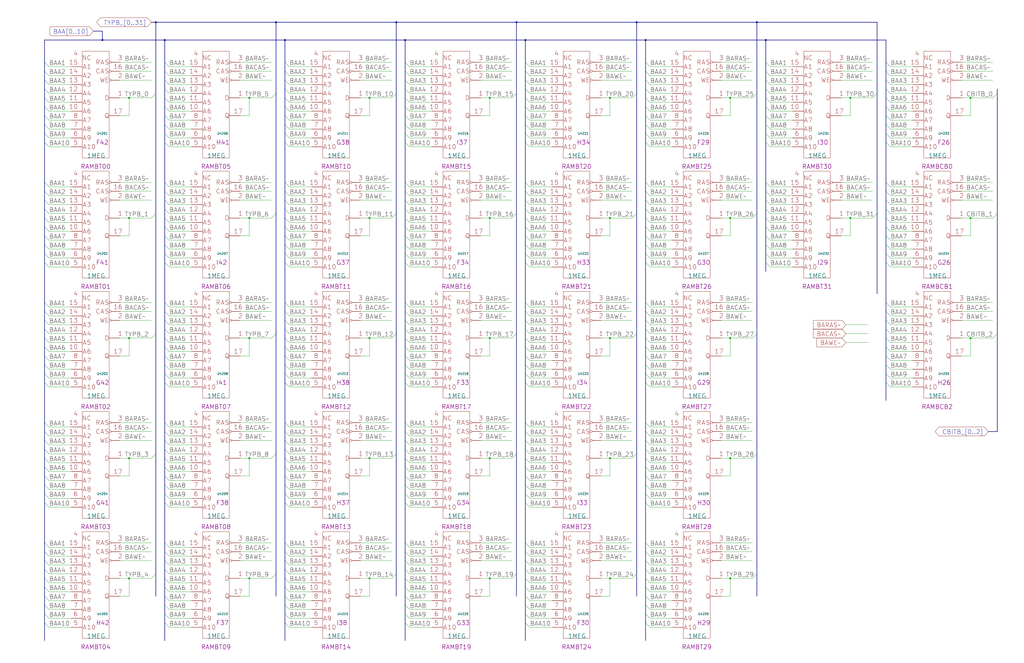
<source format=kicad_sch>
(kicad_sch (version 20211123) (generator eeschema)
  (paper "User" 584.2 378.46)
  (title_block (title "PLANEB DYNAMIC RAMS\\nTYPE BITS 0-31\\nCHECK BITS 0-2") (date "08-MAR-90") (rev "0.0") (comment 1 "MEM32 BOARD") (comment 2 "232-003066") (comment 3 "S400") (comment 4 "RELEASED"))
  (bus (pts (xy 157.48 12.7) (xy 157.48 53.34)))
  (bus (pts (xy 157.48 12.7) (xy 226.06 12.7)))
  (bus (pts (xy 157.48 121.92) (xy 157.48 190.5)))
  (bus (pts (xy 157.48 190.5) (xy 157.48 259.08)))
  (bus (pts (xy 157.48 259.08) (xy 157.48 327.66)))
  (bus (pts (xy 157.48 327.66) (xy 157.48 340.36)))
  (bus (pts (xy 157.48 53.34) (xy 157.48 121.92)))
  (bus (pts (xy 162.56 104.14) (xy 162.56 109.22)))
  (bus (pts (xy 162.56 109.22) (xy 162.56 114.3)))
  (bus (pts (xy 162.56 114.3) (xy 162.56 119.38)))
  (bus (pts (xy 162.56 119.38) (xy 162.56 124.46)))
  (bus (pts (xy 162.56 124.46) (xy 162.56 129.54)))
  (bus (pts (xy 162.56 129.54) (xy 162.56 134.62)))
  (bus (pts (xy 162.56 134.62) (xy 162.56 139.7)))
  (bus (pts (xy 162.56 139.7) (xy 162.56 144.78)))
  (bus (pts (xy 162.56 144.78) (xy 162.56 149.86)))
  (bus (pts (xy 162.56 149.86) (xy 162.56 172.72)))
  (bus (pts (xy 162.56 172.72) (xy 162.56 177.8)))
  (bus (pts (xy 162.56 177.8) (xy 162.56 182.88)))
  (bus (pts (xy 162.56 182.88) (xy 162.56 187.96)))
  (bus (pts (xy 162.56 187.96) (xy 162.56 193.04)))
  (bus (pts (xy 162.56 193.04) (xy 162.56 198.12)))
  (bus (pts (xy 162.56 198.12) (xy 162.56 203.2)))
  (bus (pts (xy 162.56 203.2) (xy 162.56 208.28)))
  (bus (pts (xy 162.56 208.28) (xy 162.56 213.36)))
  (bus (pts (xy 162.56 213.36) (xy 162.56 218.44)))
  (bus (pts (xy 162.56 218.44) (xy 162.56 241.3)))
  (bus (pts (xy 162.56 22.86) (xy 162.56 35.56)))
  (bus (pts (xy 162.56 22.86) (xy 231.14 22.86)))
  (bus (pts (xy 162.56 241.3) (xy 162.56 246.38)))
  (bus (pts (xy 162.56 246.38) (xy 162.56 251.46)))
  (bus (pts (xy 162.56 251.46) (xy 162.56 256.54)))
  (bus (pts (xy 162.56 256.54) (xy 162.56 261.62)))
  (bus (pts (xy 162.56 261.62) (xy 162.56 266.7)))
  (bus (pts (xy 162.56 266.7) (xy 162.56 271.78)))
  (bus (pts (xy 162.56 271.78) (xy 162.56 276.86)))
  (bus (pts (xy 162.56 276.86) (xy 162.56 281.94)))
  (bus (pts (xy 162.56 281.94) (xy 162.56 287.02)))
  (bus (pts (xy 162.56 287.02) (xy 162.56 309.88)))
  (bus (pts (xy 162.56 309.88) (xy 162.56 314.96)))
  (bus (pts (xy 162.56 314.96) (xy 162.56 320.04)))
  (bus (pts (xy 162.56 320.04) (xy 162.56 325.12)))
  (bus (pts (xy 162.56 325.12) (xy 162.56 330.2)))
  (bus (pts (xy 162.56 330.2) (xy 162.56 335.28)))
  (bus (pts (xy 162.56 335.28) (xy 162.56 340.36)))
  (bus (pts (xy 162.56 340.36) (xy 162.56 345.44)))
  (bus (pts (xy 162.56 345.44) (xy 162.56 350.52)))
  (bus (pts (xy 162.56 35.56) (xy 162.56 40.64)))
  (bus (pts (xy 162.56 350.52) (xy 162.56 355.6)))
  (bus (pts (xy 162.56 355.6) (xy 162.56 365.76)))
  (bus (pts (xy 162.56 40.64) (xy 162.56 45.72)))
  (bus (pts (xy 162.56 45.72) (xy 162.56 50.8)))
  (bus (pts (xy 162.56 50.8) (xy 162.56 55.88)))
  (bus (pts (xy 162.56 55.88) (xy 162.56 60.96)))
  (bus (pts (xy 162.56 60.96) (xy 162.56 66.04)))
  (bus (pts (xy 162.56 66.04) (xy 162.56 71.12)))
  (bus (pts (xy 162.56 71.12) (xy 162.56 76.2)))
  (bus (pts (xy 162.56 76.2) (xy 162.56 81.28)))
  (bus (pts (xy 162.56 81.28) (xy 162.56 104.14)))
  (bus (pts (xy 226.06 12.7) (xy 226.06 53.34)))
  (bus (pts (xy 226.06 12.7) (xy 294.64 12.7)))
  (bus (pts (xy 226.06 121.92) (xy 226.06 190.5)))
  (bus (pts (xy 226.06 190.5) (xy 226.06 259.08)))
  (bus (pts (xy 226.06 259.08) (xy 226.06 327.66)))
  (bus (pts (xy 226.06 327.66) (xy 226.06 340.36)))
  (bus (pts (xy 226.06 53.34) (xy 226.06 121.92)))
  (bus (pts (xy 231.14 104.14) (xy 231.14 109.22)))
  (bus (pts (xy 231.14 109.22) (xy 231.14 114.3)))
  (bus (pts (xy 231.14 114.3) (xy 231.14 119.38)))
  (bus (pts (xy 231.14 119.38) (xy 231.14 124.46)))
  (bus (pts (xy 231.14 124.46) (xy 231.14 129.54)))
  (bus (pts (xy 231.14 129.54) (xy 231.14 134.62)))
  (bus (pts (xy 231.14 134.62) (xy 231.14 139.7)))
  (bus (pts (xy 231.14 139.7) (xy 231.14 144.78)))
  (bus (pts (xy 231.14 144.78) (xy 231.14 149.86)))
  (bus (pts (xy 231.14 149.86) (xy 231.14 172.72)))
  (bus (pts (xy 231.14 172.72) (xy 231.14 177.8)))
  (bus (pts (xy 231.14 177.8) (xy 231.14 182.88)))
  (bus (pts (xy 231.14 182.88) (xy 231.14 187.96)))
  (bus (pts (xy 231.14 187.96) (xy 231.14 193.04)))
  (bus (pts (xy 231.14 193.04) (xy 231.14 198.12)))
  (bus (pts (xy 231.14 198.12) (xy 231.14 203.2)))
  (bus (pts (xy 231.14 203.2) (xy 231.14 208.28)))
  (bus (pts (xy 231.14 208.28) (xy 231.14 213.36)))
  (bus (pts (xy 231.14 213.36) (xy 231.14 218.44)))
  (bus (pts (xy 231.14 218.44) (xy 231.14 241.3)))
  (bus (pts (xy 231.14 22.86) (xy 231.14 35.56)))
  (bus (pts (xy 231.14 22.86) (xy 299.72 22.86)))
  (bus (pts (xy 231.14 241.3) (xy 231.14 246.38)))
  (bus (pts (xy 231.14 246.38) (xy 231.14 251.46)))
  (bus (pts (xy 231.14 251.46) (xy 231.14 256.54)))
  (bus (pts (xy 231.14 256.54) (xy 231.14 261.62)))
  (bus (pts (xy 231.14 261.62) (xy 231.14 266.7)))
  (bus (pts (xy 231.14 266.7) (xy 231.14 271.78)))
  (bus (pts (xy 231.14 271.78) (xy 231.14 276.86)))
  (bus (pts (xy 231.14 276.86) (xy 231.14 281.94)))
  (bus (pts (xy 231.14 281.94) (xy 231.14 287.02)))
  (bus (pts (xy 231.14 287.02) (xy 231.14 309.88)))
  (bus (pts (xy 231.14 309.88) (xy 231.14 314.96)))
  (bus (pts (xy 231.14 314.96) (xy 231.14 320.04)))
  (bus (pts (xy 231.14 320.04) (xy 231.14 325.12)))
  (bus (pts (xy 231.14 325.12) (xy 231.14 330.2)))
  (bus (pts (xy 231.14 330.2) (xy 231.14 335.28)))
  (bus (pts (xy 231.14 335.28) (xy 231.14 340.36)))
  (bus (pts (xy 231.14 340.36) (xy 231.14 345.44)))
  (bus (pts (xy 231.14 345.44) (xy 231.14 350.52)))
  (bus (pts (xy 231.14 35.56) (xy 231.14 40.64)))
  (bus (pts (xy 231.14 350.52) (xy 231.14 355.6)))
  (bus (pts (xy 231.14 355.6) (xy 231.14 365.76)))
  (bus (pts (xy 231.14 40.64) (xy 231.14 45.72)))
  (bus (pts (xy 231.14 45.72) (xy 231.14 50.8)))
  (bus (pts (xy 231.14 50.8) (xy 231.14 55.88)))
  (bus (pts (xy 231.14 55.88) (xy 231.14 60.96)))
  (bus (pts (xy 231.14 60.96) (xy 231.14 66.04)))
  (bus (pts (xy 231.14 66.04) (xy 231.14 71.12)))
  (bus (pts (xy 231.14 71.12) (xy 231.14 76.2)))
  (bus (pts (xy 231.14 76.2) (xy 231.14 81.28)))
  (bus (pts (xy 231.14 81.28) (xy 231.14 104.14)))
  (bus (pts (xy 25.4 104.14) (xy 25.4 109.22)))
  (bus (pts (xy 25.4 109.22) (xy 25.4 114.3)))
  (bus (pts (xy 25.4 114.3) (xy 25.4 119.38)))
  (bus (pts (xy 25.4 119.38) (xy 25.4 124.46)))
  (bus (pts (xy 25.4 124.46) (xy 25.4 129.54)))
  (bus (pts (xy 25.4 129.54) (xy 25.4 134.62)))
  (bus (pts (xy 25.4 134.62) (xy 25.4 139.7)))
  (bus (pts (xy 25.4 139.7) (xy 25.4 144.78)))
  (bus (pts (xy 25.4 144.78) (xy 25.4 149.86)))
  (bus (pts (xy 25.4 149.86) (xy 25.4 172.72)))
  (bus (pts (xy 25.4 172.72) (xy 25.4 177.8)))
  (bus (pts (xy 25.4 177.8) (xy 25.4 182.88)))
  (bus (pts (xy 25.4 182.88) (xy 25.4 187.96)))
  (bus (pts (xy 25.4 187.96) (xy 25.4 193.04)))
  (bus (pts (xy 25.4 193.04) (xy 25.4 198.12)))
  (bus (pts (xy 25.4 198.12) (xy 25.4 203.2)))
  (bus (pts (xy 25.4 203.2) (xy 25.4 208.28)))
  (bus (pts (xy 25.4 208.28) (xy 25.4 213.36)))
  (bus (pts (xy 25.4 213.36) (xy 25.4 218.44)))
  (bus (pts (xy 25.4 218.44) (xy 25.4 241.3)))
  (bus (pts (xy 25.4 22.86) (xy 25.4 35.56)))
  (bus (pts (xy 25.4 22.86) (xy 58.42 22.86)))
  (bus (pts (xy 25.4 241.3) (xy 25.4 246.38)))
  (bus (pts (xy 25.4 246.38) (xy 25.4 251.46)))
  (bus (pts (xy 25.4 251.46) (xy 25.4 256.54)))
  (bus (pts (xy 25.4 256.54) (xy 25.4 261.62)))
  (bus (pts (xy 25.4 261.62) (xy 25.4 266.7)))
  (bus (pts (xy 25.4 266.7) (xy 25.4 271.78)))
  (bus (pts (xy 25.4 271.78) (xy 25.4 276.86)))
  (bus (pts (xy 25.4 276.86) (xy 25.4 281.94)))
  (bus (pts (xy 25.4 281.94) (xy 25.4 287.02)))
  (bus (pts (xy 25.4 287.02) (xy 25.4 309.88)))
  (bus (pts (xy 25.4 309.88) (xy 25.4 314.96)))
  (bus (pts (xy 25.4 314.96) (xy 25.4 320.04)))
  (bus (pts (xy 25.4 320.04) (xy 25.4 325.12)))
  (bus (pts (xy 25.4 325.12) (xy 25.4 330.2)))
  (bus (pts (xy 25.4 330.2) (xy 25.4 335.28)))
  (bus (pts (xy 25.4 335.28) (xy 25.4 340.36)))
  (bus (pts (xy 25.4 340.36) (xy 25.4 345.44)))
  (bus (pts (xy 25.4 345.44) (xy 25.4 350.52)))
  (bus (pts (xy 25.4 35.56) (xy 25.4 40.64)))
  (bus (pts (xy 25.4 350.52) (xy 25.4 355.6)))
  (bus (pts (xy 25.4 355.6) (xy 25.4 365.76)))
  (bus (pts (xy 25.4 40.64) (xy 25.4 45.72)))
  (bus (pts (xy 25.4 45.72) (xy 25.4 50.8)))
  (bus (pts (xy 25.4 50.8) (xy 25.4 55.88)))
  (bus (pts (xy 25.4 55.88) (xy 25.4 60.96)))
  (bus (pts (xy 25.4 60.96) (xy 25.4 66.04)))
  (bus (pts (xy 25.4 66.04) (xy 25.4 71.12)))
  (bus (pts (xy 25.4 71.12) (xy 25.4 76.2)))
  (bus (pts (xy 25.4 76.2) (xy 25.4 81.28)))
  (bus (pts (xy 25.4 81.28) (xy 25.4 104.14)))
  (bus (pts (xy 294.64 12.7) (xy 294.64 53.34)))
  (bus (pts (xy 294.64 12.7) (xy 363.22 12.7)))
  (bus (pts (xy 294.64 121.92) (xy 294.64 190.5)))
  (bus (pts (xy 294.64 190.5) (xy 294.64 259.08)))
  (bus (pts (xy 294.64 259.08) (xy 294.64 327.66)))
  (bus (pts (xy 294.64 327.66) (xy 294.64 340.36)))
  (bus (pts (xy 294.64 53.34) (xy 294.64 121.92)))
  (bus (pts (xy 299.72 104.14) (xy 299.72 109.22)))
  (bus (pts (xy 299.72 109.22) (xy 299.72 114.3)))
  (bus (pts (xy 299.72 114.3) (xy 299.72 119.38)))
  (bus (pts (xy 299.72 119.38) (xy 299.72 124.46)))
  (bus (pts (xy 299.72 124.46) (xy 299.72 129.54)))
  (bus (pts (xy 299.72 129.54) (xy 299.72 134.62)))
  (bus (pts (xy 299.72 134.62) (xy 299.72 139.7)))
  (bus (pts (xy 299.72 139.7) (xy 299.72 144.78)))
  (bus (pts (xy 299.72 144.78) (xy 299.72 149.86)))
  (bus (pts (xy 299.72 149.86) (xy 299.72 172.72)))
  (bus (pts (xy 299.72 172.72) (xy 299.72 177.8)))
  (bus (pts (xy 299.72 177.8) (xy 299.72 182.88)))
  (bus (pts (xy 299.72 182.88) (xy 299.72 187.96)))
  (bus (pts (xy 299.72 187.96) (xy 299.72 193.04)))
  (bus (pts (xy 299.72 193.04) (xy 299.72 198.12)))
  (bus (pts (xy 299.72 198.12) (xy 299.72 203.2)))
  (bus (pts (xy 299.72 203.2) (xy 299.72 208.28)))
  (bus (pts (xy 299.72 208.28) (xy 299.72 213.36)))
  (bus (pts (xy 299.72 213.36) (xy 299.72 218.44)))
  (bus (pts (xy 299.72 218.44) (xy 299.72 241.3)))
  (bus (pts (xy 299.72 22.86) (xy 299.72 35.56)))
  (bus (pts (xy 299.72 22.86) (xy 368.3 22.86)))
  (bus (pts (xy 299.72 241.3) (xy 299.72 246.38)))
  (bus (pts (xy 299.72 246.38) (xy 299.72 251.46)))
  (bus (pts (xy 299.72 251.46) (xy 299.72 256.54)))
  (bus (pts (xy 299.72 256.54) (xy 299.72 261.62)))
  (bus (pts (xy 299.72 261.62) (xy 299.72 266.7)))
  (bus (pts (xy 299.72 266.7) (xy 299.72 271.78)))
  (bus (pts (xy 299.72 271.78) (xy 299.72 276.86)))
  (bus (pts (xy 299.72 276.86) (xy 299.72 281.94)))
  (bus (pts (xy 299.72 281.94) (xy 299.72 287.02)))
  (bus (pts (xy 299.72 287.02) (xy 299.72 309.88)))
  (bus (pts (xy 299.72 309.88) (xy 299.72 314.96)))
  (bus (pts (xy 299.72 314.96) (xy 299.72 320.04)))
  (bus (pts (xy 299.72 320.04) (xy 299.72 325.12)))
  (bus (pts (xy 299.72 325.12) (xy 299.72 330.2)))
  (bus (pts (xy 299.72 330.2) (xy 299.72 335.28)))
  (bus (pts (xy 299.72 335.28) (xy 299.72 340.36)))
  (bus (pts (xy 299.72 340.36) (xy 299.72 345.44)))
  (bus (pts (xy 299.72 345.44) (xy 299.72 350.52)))
  (bus (pts (xy 299.72 35.56) (xy 299.72 40.64)))
  (bus (pts (xy 299.72 350.52) (xy 299.72 355.6)))
  (bus (pts (xy 299.72 355.6) (xy 299.72 365.76)))
  (bus (pts (xy 299.72 40.64) (xy 299.72 45.72)))
  (bus (pts (xy 299.72 45.72) (xy 299.72 50.8)))
  (bus (pts (xy 299.72 50.8) (xy 299.72 55.88)))
  (bus (pts (xy 299.72 55.88) (xy 299.72 60.96)))
  (bus (pts (xy 299.72 60.96) (xy 299.72 66.04)))
  (bus (pts (xy 299.72 66.04) (xy 299.72 71.12)))
  (bus (pts (xy 299.72 71.12) (xy 299.72 76.2)))
  (bus (pts (xy 299.72 76.2) (xy 299.72 81.28)))
  (bus (pts (xy 299.72 81.28) (xy 299.72 104.14)))
  (bus (pts (xy 363.22 12.7) (xy 363.22 53.34)))
  (bus (pts (xy 363.22 12.7) (xy 431.8 12.7)))
  (bus (pts (xy 363.22 121.92) (xy 363.22 190.5)))
  (bus (pts (xy 363.22 190.5) (xy 363.22 259.08)))
  (bus (pts (xy 363.22 259.08) (xy 363.22 327.66)))
  (bus (pts (xy 363.22 327.66) (xy 363.22 340.36)))
  (bus (pts (xy 363.22 53.34) (xy 363.22 121.92)))
  (bus (pts (xy 368.3 104.14) (xy 368.3 109.22)))
  (bus (pts (xy 368.3 109.22) (xy 368.3 114.3)))
  (bus (pts (xy 368.3 114.3) (xy 368.3 119.38)))
  (bus (pts (xy 368.3 119.38) (xy 368.3 124.46)))
  (bus (pts (xy 368.3 124.46) (xy 368.3 129.54)))
  (bus (pts (xy 368.3 129.54) (xy 368.3 134.62)))
  (bus (pts (xy 368.3 134.62) (xy 368.3 139.7)))
  (bus (pts (xy 368.3 139.7) (xy 368.3 144.78)))
  (bus (pts (xy 368.3 144.78) (xy 368.3 149.86)))
  (bus (pts (xy 368.3 149.86) (xy 368.3 172.72)))
  (bus (pts (xy 368.3 172.72) (xy 368.3 177.8)))
  (bus (pts (xy 368.3 177.8) (xy 368.3 182.88)))
  (bus (pts (xy 368.3 182.88) (xy 368.3 187.96)))
  (bus (pts (xy 368.3 187.96) (xy 368.3 193.04)))
  (bus (pts (xy 368.3 193.04) (xy 368.3 198.12)))
  (bus (pts (xy 368.3 198.12) (xy 368.3 203.2)))
  (bus (pts (xy 368.3 203.2) (xy 368.3 208.28)))
  (bus (pts (xy 368.3 208.28) (xy 368.3 213.36)))
  (bus (pts (xy 368.3 213.36) (xy 368.3 218.44)))
  (bus (pts (xy 368.3 218.44) (xy 368.3 241.3)))
  (bus (pts (xy 368.3 22.86) (xy 368.3 35.56)))
  (bus (pts (xy 368.3 22.86) (xy 436.88 22.86)))
  (bus (pts (xy 368.3 241.3) (xy 368.3 246.38)))
  (bus (pts (xy 368.3 246.38) (xy 368.3 251.46)))
  (bus (pts (xy 368.3 251.46) (xy 368.3 256.54)))
  (bus (pts (xy 368.3 256.54) (xy 368.3 261.62)))
  (bus (pts (xy 368.3 261.62) (xy 368.3 266.7)))
  (bus (pts (xy 368.3 266.7) (xy 368.3 271.78)))
  (bus (pts (xy 368.3 271.78) (xy 368.3 276.86)))
  (bus (pts (xy 368.3 276.86) (xy 368.3 281.94)))
  (bus (pts (xy 368.3 281.94) (xy 368.3 287.02)))
  (bus (pts (xy 368.3 287.02) (xy 368.3 309.88)))
  (bus (pts (xy 368.3 309.88) (xy 368.3 314.96)))
  (bus (pts (xy 368.3 314.96) (xy 368.3 320.04)))
  (bus (pts (xy 368.3 320.04) (xy 368.3 325.12)))
  (bus (pts (xy 368.3 325.12) (xy 368.3 330.2)))
  (bus (pts (xy 368.3 330.2) (xy 368.3 335.28)))
  (bus (pts (xy 368.3 335.28) (xy 368.3 340.36)))
  (bus (pts (xy 368.3 340.36) (xy 368.3 345.44)))
  (bus (pts (xy 368.3 345.44) (xy 368.3 350.52)))
  (bus (pts (xy 368.3 35.56) (xy 368.3 40.64)))
  (bus (pts (xy 368.3 350.52) (xy 368.3 355.6)))
  (bus (pts (xy 368.3 355.6) (xy 368.3 365.76)))
  (bus (pts (xy 368.3 40.64) (xy 368.3 45.72)))
  (bus (pts (xy 368.3 45.72) (xy 368.3 50.8)))
  (bus (pts (xy 368.3 50.8) (xy 368.3 55.88)))
  (bus (pts (xy 368.3 55.88) (xy 368.3 60.96)))
  (bus (pts (xy 368.3 60.96) (xy 368.3 66.04)))
  (bus (pts (xy 368.3 66.04) (xy 368.3 71.12)))
  (bus (pts (xy 368.3 71.12) (xy 368.3 76.2)))
  (bus (pts (xy 368.3 76.2) (xy 368.3 81.28)))
  (bus (pts (xy 368.3 81.28) (xy 368.3 104.14)))
  (bus (pts (xy 431.8 12.7) (xy 431.8 53.34)))
  (bus (pts (xy 431.8 12.7) (xy 500.38 12.7)))
  (bus (pts (xy 431.8 121.92) (xy 431.8 190.5)))
  (bus (pts (xy 431.8 190.5) (xy 431.8 259.08)))
  (bus (pts (xy 431.8 259.08) (xy 431.8 327.66)))
  (bus (pts (xy 431.8 327.66) (xy 431.8 340.36)))
  (bus (pts (xy 431.8 53.34) (xy 431.8 121.92)))
  (bus (pts (xy 436.88 104.14) (xy 436.88 109.22)))
  (bus (pts (xy 436.88 109.22) (xy 436.88 114.3)))
  (bus (pts (xy 436.88 114.3) (xy 436.88 119.38)))
  (bus (pts (xy 436.88 119.38) (xy 436.88 124.46)))
  (bus (pts (xy 436.88 124.46) (xy 436.88 129.54)))
  (bus (pts (xy 436.88 129.54) (xy 436.88 134.62)))
  (bus (pts (xy 436.88 134.62) (xy 436.88 139.7)))
  (bus (pts (xy 436.88 139.7) (xy 436.88 144.78)))
  (bus (pts (xy 436.88 144.78) (xy 436.88 149.86)))
  (bus (pts (xy 436.88 149.86) (xy 436.88 154.94)))
  (bus (pts (xy 436.88 22.86) (xy 436.88 35.56)))
  (bus (pts (xy 436.88 22.86) (xy 505.46 22.86)))
  (bus (pts (xy 436.88 35.56) (xy 436.88 40.64)))
  (bus (pts (xy 436.88 40.64) (xy 436.88 45.72)))
  (bus (pts (xy 436.88 45.72) (xy 436.88 50.8)))
  (bus (pts (xy 436.88 50.8) (xy 436.88 55.88)))
  (bus (pts (xy 436.88 55.88) (xy 436.88 60.96)))
  (bus (pts (xy 436.88 60.96) (xy 436.88 66.04)))
  (bus (pts (xy 436.88 66.04) (xy 436.88 71.12)))
  (bus (pts (xy 436.88 71.12) (xy 436.88 76.2)))
  (bus (pts (xy 436.88 76.2) (xy 436.88 81.28)))
  (bus (pts (xy 436.88 81.28) (xy 436.88 104.14)))
  (bus (pts (xy 500.38 12.7) (xy 500.38 53.34)))
  (bus (pts (xy 500.38 121.92) (xy 500.38 167.64)))
  (bus (pts (xy 500.38 53.34) (xy 500.38 121.92)))
  (bus (pts (xy 505.46 104.14) (xy 505.46 109.22)))
  (bus (pts (xy 505.46 109.22) (xy 505.46 114.3)))
  (bus (pts (xy 505.46 114.3) (xy 505.46 119.38)))
  (bus (pts (xy 505.46 119.38) (xy 505.46 124.46)))
  (bus (pts (xy 505.46 124.46) (xy 505.46 129.54)))
  (bus (pts (xy 505.46 129.54) (xy 505.46 134.62)))
  (bus (pts (xy 505.46 134.62) (xy 505.46 139.7)))
  (bus (pts (xy 505.46 139.7) (xy 505.46 144.78)))
  (bus (pts (xy 505.46 144.78) (xy 505.46 149.86)))
  (bus (pts (xy 505.46 149.86) (xy 505.46 172.72)))
  (bus (pts (xy 505.46 172.72) (xy 505.46 177.8)))
  (bus (pts (xy 505.46 177.8) (xy 505.46 182.88)))
  (bus (pts (xy 505.46 182.88) (xy 505.46 187.96)))
  (bus (pts (xy 505.46 187.96) (xy 505.46 193.04)))
  (bus (pts (xy 505.46 193.04) (xy 505.46 198.12)))
  (bus (pts (xy 505.46 198.12) (xy 505.46 203.2)))
  (bus (pts (xy 505.46 203.2) (xy 505.46 208.28)))
  (bus (pts (xy 505.46 208.28) (xy 505.46 213.36)))
  (bus (pts (xy 505.46 213.36) (xy 505.46 218.44)))
  (bus (pts (xy 505.46 218.44) (xy 505.46 228.6)))
  (bus (pts (xy 505.46 22.86) (xy 505.46 35.56)))
  (bus (pts (xy 505.46 35.56) (xy 505.46 40.64)))
  (bus (pts (xy 505.46 40.64) (xy 505.46 45.72)))
  (bus (pts (xy 505.46 45.72) (xy 505.46 50.8)))
  (bus (pts (xy 505.46 50.8) (xy 505.46 55.88)))
  (bus (pts (xy 505.46 55.88) (xy 505.46 60.96)))
  (bus (pts (xy 505.46 60.96) (xy 505.46 66.04)))
  (bus (pts (xy 505.46 66.04) (xy 505.46 71.12)))
  (bus (pts (xy 505.46 71.12) (xy 505.46 76.2)))
  (bus (pts (xy 505.46 76.2) (xy 505.46 81.28)))
  (bus (pts (xy 505.46 81.28) (xy 505.46 104.14)))
  (bus (pts (xy 53.34 17.78) (xy 58.42 17.78)))
  (bus (pts (xy 563.88 246.38) (xy 568.96 246.38)))
  (bus (pts (xy 568.96 121.92) (xy 568.96 190.5)))
  (bus (pts (xy 568.96 190.5) (xy 568.96 246.38)))
  (bus (pts (xy 568.96 50.8) (xy 568.96 53.34)))
  (bus (pts (xy 568.96 53.34) (xy 568.96 121.92)))
  (bus (pts (xy 58.42 17.78) (xy 58.42 22.86)))
  (bus (pts (xy 58.42 22.86) (xy 93.98 22.86)))
  (bus (pts (xy 86.36 12.7) (xy 88.9 12.7)))
  (bus (pts (xy 88.9 12.7) (xy 157.48 12.7)))
  (bus (pts (xy 88.9 12.7) (xy 88.9 53.34)))
  (bus (pts (xy 88.9 121.92) (xy 88.9 190.5)))
  (bus (pts (xy 88.9 190.5) (xy 88.9 259.08)))
  (bus (pts (xy 88.9 259.08) (xy 88.9 327.66)))
  (bus (pts (xy 88.9 327.66) (xy 88.9 340.36)))
  (bus (pts (xy 88.9 53.34) (xy 88.9 121.92)))
  (bus (pts (xy 93.98 104.14) (xy 93.98 109.22)))
  (bus (pts (xy 93.98 109.22) (xy 93.98 114.3)))
  (bus (pts (xy 93.98 114.3) (xy 93.98 119.38)))
  (bus (pts (xy 93.98 119.38) (xy 93.98 124.46)))
  (bus (pts (xy 93.98 124.46) (xy 93.98 129.54)))
  (bus (pts (xy 93.98 129.54) (xy 93.98 134.62)))
  (bus (pts (xy 93.98 134.62) (xy 93.98 139.7)))
  (bus (pts (xy 93.98 139.7) (xy 93.98 144.78)))
  (bus (pts (xy 93.98 144.78) (xy 93.98 149.86)))
  (bus (pts (xy 93.98 149.86) (xy 93.98 172.72)))
  (bus (pts (xy 93.98 172.72) (xy 93.98 177.8)))
  (bus (pts (xy 93.98 177.8) (xy 93.98 182.88)))
  (bus (pts (xy 93.98 182.88) (xy 93.98 187.96)))
  (bus (pts (xy 93.98 187.96) (xy 93.98 193.04)))
  (bus (pts (xy 93.98 193.04) (xy 93.98 198.12)))
  (bus (pts (xy 93.98 198.12) (xy 93.98 203.2)))
  (bus (pts (xy 93.98 203.2) (xy 93.98 208.28)))
  (bus (pts (xy 93.98 208.28) (xy 93.98 213.36)))
  (bus (pts (xy 93.98 213.36) (xy 93.98 218.44)))
  (bus (pts (xy 93.98 218.44) (xy 93.98 241.3)))
  (bus (pts (xy 93.98 22.86) (xy 162.56 22.86)))
  (bus (pts (xy 93.98 22.86) (xy 93.98 35.56)))
  (bus (pts (xy 93.98 241.3) (xy 93.98 246.38)))
  (bus (pts (xy 93.98 246.38) (xy 93.98 251.46)))
  (bus (pts (xy 93.98 251.46) (xy 93.98 256.54)))
  (bus (pts (xy 93.98 256.54) (xy 93.98 261.62)))
  (bus (pts (xy 93.98 261.62) (xy 93.98 266.7)))
  (bus (pts (xy 93.98 266.7) (xy 93.98 271.78)))
  (bus (pts (xy 93.98 271.78) (xy 93.98 276.86)))
  (bus (pts (xy 93.98 276.86) (xy 93.98 281.94)))
  (bus (pts (xy 93.98 281.94) (xy 93.98 287.02)))
  (bus (pts (xy 93.98 287.02) (xy 93.98 309.88)))
  (bus (pts (xy 93.98 309.88) (xy 93.98 314.96)))
  (bus (pts (xy 93.98 314.96) (xy 93.98 320.04)))
  (bus (pts (xy 93.98 320.04) (xy 93.98 325.12)))
  (bus (pts (xy 93.98 325.12) (xy 93.98 330.2)))
  (bus (pts (xy 93.98 330.2) (xy 93.98 335.28)))
  (bus (pts (xy 93.98 335.28) (xy 93.98 340.36)))
  (bus (pts (xy 93.98 340.36) (xy 93.98 345.44)))
  (bus (pts (xy 93.98 345.44) (xy 93.98 350.52)))
  (bus (pts (xy 93.98 35.56) (xy 93.98 40.64)))
  (bus (pts (xy 93.98 350.52) (xy 93.98 355.6)))
  (bus (pts (xy 93.98 355.6) (xy 93.98 365.76)))
  (bus (pts (xy 93.98 40.64) (xy 93.98 45.72)))
  (bus (pts (xy 93.98 45.72) (xy 93.98 50.8)))
  (bus (pts (xy 93.98 50.8) (xy 93.98 55.88)))
  (bus (pts (xy 93.98 55.88) (xy 93.98 60.96)))
  (bus (pts (xy 93.98 60.96) (xy 93.98 66.04)))
  (bus (pts (xy 93.98 66.04) (xy 93.98 71.12)))
  (bus (pts (xy 93.98 71.12) (xy 93.98 76.2)))
  (bus (pts (xy 93.98 76.2) (xy 93.98 81.28)))
  (bus (pts (xy 93.98 81.28) (xy 93.98 104.14)))
  (wire (pts (xy 137.16 104.14) (xy 154.94 104.14)))
  (wire (pts (xy 137.16 109.22) (xy 154.94 109.22)))
  (wire (pts (xy 137.16 114.3) (xy 154.94 114.3)))
  (wire (pts (xy 137.16 124.46) (xy 142.24 124.46)))
  (wire (pts (xy 137.16 134.62) (xy 142.24 134.62)))
  (wire (pts (xy 137.16 172.72) (xy 154.94 172.72)))
  (wire (pts (xy 137.16 177.8) (xy 154.94 177.8)))
  (wire (pts (xy 137.16 182.88) (xy 154.94 182.88)))
  (wire (pts (xy 137.16 193.04) (xy 142.24 193.04)))
  (wire (pts (xy 137.16 203.2) (xy 142.24 203.2)))
  (wire (pts (xy 137.16 241.3) (xy 154.94 241.3)))
  (wire (pts (xy 137.16 246.38) (xy 154.94 246.38)))
  (wire (pts (xy 137.16 251.46) (xy 154.94 251.46)))
  (wire (pts (xy 137.16 261.62) (xy 142.24 261.62)))
  (wire (pts (xy 137.16 271.78) (xy 142.24 271.78)))
  (wire (pts (xy 137.16 309.88) (xy 154.94 309.88)))
  (wire (pts (xy 137.16 314.96) (xy 154.94 314.96)))
  (wire (pts (xy 137.16 320.04) (xy 154.94 320.04)))
  (wire (pts (xy 137.16 330.2) (xy 142.24 330.2)))
  (wire (pts (xy 137.16 340.36) (xy 142.24 340.36)))
  (wire (pts (xy 137.16 35.56) (xy 154.94 35.56)))
  (wire (pts (xy 137.16 40.64) (xy 154.94 40.64)))
  (wire (pts (xy 137.16 45.72) (xy 154.94 45.72)))
  (wire (pts (xy 137.16 55.88) (xy 142.24 55.88)))
  (wire (pts (xy 137.16 66.04) (xy 142.24 66.04)))
  (wire (pts (xy 142.24 124.46) (xy 154.94 124.46)))
  (wire (pts (xy 142.24 134.62) (xy 142.24 124.46)))
  (wire (pts (xy 142.24 193.04) (xy 154.94 193.04)))
  (wire (pts (xy 142.24 203.2) (xy 142.24 193.04)))
  (wire (pts (xy 142.24 261.62) (xy 154.94 261.62)))
  (wire (pts (xy 142.24 271.78) (xy 142.24 261.62)))
  (wire (pts (xy 142.24 330.2) (xy 154.94 330.2)))
  (wire (pts (xy 142.24 340.36) (xy 142.24 330.2)))
  (wire (pts (xy 142.24 55.88) (xy 154.94 55.88)))
  (wire (pts (xy 142.24 66.04) (xy 142.24 55.88)))
  (wire (pts (xy 165.1 106.68) (xy 177.8 106.68)))
  (wire (pts (xy 165.1 111.76) (xy 177.8 111.76)))
  (wire (pts (xy 165.1 116.84) (xy 177.8 116.84)))
  (wire (pts (xy 165.1 121.92) (xy 177.8 121.92)))
  (wire (pts (xy 165.1 127) (xy 177.8 127)))
  (wire (pts (xy 165.1 132.08) (xy 177.8 132.08)))
  (wire (pts (xy 165.1 137.16) (xy 177.8 137.16)))
  (wire (pts (xy 165.1 142.24) (xy 177.8 142.24)))
  (wire (pts (xy 165.1 147.32) (xy 177.8 147.32)))
  (wire (pts (xy 165.1 152.4) (xy 177.8 152.4)))
  (wire (pts (xy 165.1 175.26) (xy 177.8 175.26)))
  (wire (pts (xy 165.1 180.34) (xy 177.8 180.34)))
  (wire (pts (xy 165.1 185.42) (xy 177.8 185.42)))
  (wire (pts (xy 165.1 190.5) (xy 177.8 190.5)))
  (wire (pts (xy 165.1 195.58) (xy 177.8 195.58)))
  (wire (pts (xy 165.1 200.66) (xy 177.8 200.66)))
  (wire (pts (xy 165.1 205.74) (xy 177.8 205.74)))
  (wire (pts (xy 165.1 210.82) (xy 177.8 210.82)))
  (wire (pts (xy 165.1 215.9) (xy 177.8 215.9)))
  (wire (pts (xy 165.1 220.98) (xy 177.8 220.98)))
  (wire (pts (xy 165.1 243.84) (xy 177.8 243.84)))
  (wire (pts (xy 165.1 248.92) (xy 177.8 248.92)))
  (wire (pts (xy 165.1 254) (xy 177.8 254)))
  (wire (pts (xy 165.1 259.08) (xy 177.8 259.08)))
  (wire (pts (xy 165.1 264.16) (xy 177.8 264.16)))
  (wire (pts (xy 165.1 269.24) (xy 177.8 269.24)))
  (wire (pts (xy 165.1 274.32) (xy 177.8 274.32)))
  (wire (pts (xy 165.1 279.4) (xy 177.8 279.4)))
  (wire (pts (xy 165.1 284.48) (xy 177.8 284.48)))
  (wire (pts (xy 165.1 289.56) (xy 177.8 289.56)))
  (wire (pts (xy 165.1 312.42) (xy 177.8 312.42)))
  (wire (pts (xy 165.1 317.5) (xy 177.8 317.5)))
  (wire (pts (xy 165.1 322.58) (xy 177.8 322.58)))
  (wire (pts (xy 165.1 327.66) (xy 177.8 327.66)))
  (wire (pts (xy 165.1 332.74) (xy 177.8 332.74)))
  (wire (pts (xy 165.1 337.82) (xy 177.8 337.82)))
  (wire (pts (xy 165.1 342.9) (xy 177.8 342.9)))
  (wire (pts (xy 165.1 347.98) (xy 177.8 347.98)))
  (wire (pts (xy 165.1 353.06) (xy 177.8 353.06)))
  (wire (pts (xy 165.1 358.14) (xy 177.8 358.14)))
  (wire (pts (xy 165.1 38.1) (xy 177.8 38.1)))
  (wire (pts (xy 165.1 43.18) (xy 177.8 43.18)))
  (wire (pts (xy 165.1 48.26) (xy 177.8 48.26)))
  (wire (pts (xy 165.1 53.34) (xy 177.8 53.34)))
  (wire (pts (xy 165.1 58.42) (xy 177.8 58.42)))
  (wire (pts (xy 165.1 63.5) (xy 177.8 63.5)))
  (wire (pts (xy 165.1 68.58) (xy 177.8 68.58)))
  (wire (pts (xy 165.1 73.66) (xy 177.8 73.66)))
  (wire (pts (xy 165.1 78.74) (xy 177.8 78.74)))
  (wire (pts (xy 165.1 83.82) (xy 177.8 83.82)))
  (wire (pts (xy 205.74 104.14) (xy 223.52 104.14)))
  (wire (pts (xy 205.74 109.22) (xy 223.52 109.22)))
  (wire (pts (xy 205.74 114.3) (xy 223.52 114.3)))
  (wire (pts (xy 205.74 124.46) (xy 210.82 124.46)))
  (wire (pts (xy 205.74 134.62) (xy 210.82 134.62)))
  (wire (pts (xy 205.74 172.72) (xy 223.52 172.72)))
  (wire (pts (xy 205.74 177.8) (xy 223.52 177.8)))
  (wire (pts (xy 205.74 182.88) (xy 223.52 182.88)))
  (wire (pts (xy 205.74 193.04) (xy 210.82 193.04)))
  (wire (pts (xy 205.74 203.2) (xy 210.82 203.2)))
  (wire (pts (xy 205.74 241.3) (xy 223.52 241.3)))
  (wire (pts (xy 205.74 246.38) (xy 223.52 246.38)))
  (wire (pts (xy 205.74 251.46) (xy 223.52 251.46)))
  (wire (pts (xy 205.74 261.62) (xy 210.82 261.62)))
  (wire (pts (xy 205.74 271.78) (xy 210.82 271.78)))
  (wire (pts (xy 205.74 309.88) (xy 223.52 309.88)))
  (wire (pts (xy 205.74 314.96) (xy 223.52 314.96)))
  (wire (pts (xy 205.74 320.04) (xy 223.52 320.04)))
  (wire (pts (xy 205.74 330.2) (xy 210.82 330.2)))
  (wire (pts (xy 205.74 340.36) (xy 210.82 340.36)))
  (wire (pts (xy 205.74 35.56) (xy 223.52 35.56)))
  (wire (pts (xy 205.74 40.64) (xy 223.52 40.64)))
  (wire (pts (xy 205.74 45.72) (xy 223.52 45.72)))
  (wire (pts (xy 205.74 55.88) (xy 210.82 55.88)))
  (wire (pts (xy 205.74 66.04) (xy 210.82 66.04)))
  (wire (pts (xy 210.82 124.46) (xy 223.52 124.46)))
  (wire (pts (xy 210.82 134.62) (xy 210.82 124.46)))
  (wire (pts (xy 210.82 193.04) (xy 223.52 193.04)))
  (wire (pts (xy 210.82 203.2) (xy 210.82 193.04)))
  (wire (pts (xy 210.82 261.62) (xy 223.52 261.62)))
  (wire (pts (xy 210.82 271.78) (xy 210.82 261.62)))
  (wire (pts (xy 210.82 330.2) (xy 223.52 330.2)))
  (wire (pts (xy 210.82 340.36) (xy 210.82 330.2)))
  (wire (pts (xy 210.82 55.88) (xy 223.52 55.88)))
  (wire (pts (xy 210.82 66.04) (xy 210.82 55.88)))
  (wire (pts (xy 233.68 106.68) (xy 246.38 106.68)))
  (wire (pts (xy 233.68 111.76) (xy 246.38 111.76)))
  (wire (pts (xy 233.68 116.84) (xy 246.38 116.84)))
  (wire (pts (xy 233.68 121.92) (xy 246.38 121.92)))
  (wire (pts (xy 233.68 127) (xy 246.38 127)))
  (wire (pts (xy 233.68 132.08) (xy 246.38 132.08)))
  (wire (pts (xy 233.68 137.16) (xy 246.38 137.16)))
  (wire (pts (xy 233.68 142.24) (xy 246.38 142.24)))
  (wire (pts (xy 233.68 147.32) (xy 246.38 147.32)))
  (wire (pts (xy 233.68 152.4) (xy 246.38 152.4)))
  (wire (pts (xy 233.68 175.26) (xy 246.38 175.26)))
  (wire (pts (xy 233.68 180.34) (xy 246.38 180.34)))
  (wire (pts (xy 233.68 185.42) (xy 246.38 185.42)))
  (wire (pts (xy 233.68 190.5) (xy 246.38 190.5)))
  (wire (pts (xy 233.68 195.58) (xy 246.38 195.58)))
  (wire (pts (xy 233.68 200.66) (xy 246.38 200.66)))
  (wire (pts (xy 233.68 205.74) (xy 246.38 205.74)))
  (wire (pts (xy 233.68 210.82) (xy 246.38 210.82)))
  (wire (pts (xy 233.68 215.9) (xy 246.38 215.9)))
  (wire (pts (xy 233.68 220.98) (xy 246.38 220.98)))
  (wire (pts (xy 233.68 243.84) (xy 246.38 243.84)))
  (wire (pts (xy 233.68 248.92) (xy 246.38 248.92)))
  (wire (pts (xy 233.68 254) (xy 246.38 254)))
  (wire (pts (xy 233.68 259.08) (xy 246.38 259.08)))
  (wire (pts (xy 233.68 264.16) (xy 246.38 264.16)))
  (wire (pts (xy 233.68 269.24) (xy 246.38 269.24)))
  (wire (pts (xy 233.68 274.32) (xy 246.38 274.32)))
  (wire (pts (xy 233.68 279.4) (xy 246.38 279.4)))
  (wire (pts (xy 233.68 284.48) (xy 246.38 284.48)))
  (wire (pts (xy 233.68 289.56) (xy 246.38 289.56)))
  (wire (pts (xy 233.68 312.42) (xy 246.38 312.42)))
  (wire (pts (xy 233.68 317.5) (xy 246.38 317.5)))
  (wire (pts (xy 233.68 322.58) (xy 246.38 322.58)))
  (wire (pts (xy 233.68 327.66) (xy 246.38 327.66)))
  (wire (pts (xy 233.68 332.74) (xy 246.38 332.74)))
  (wire (pts (xy 233.68 337.82) (xy 246.38 337.82)))
  (wire (pts (xy 233.68 342.9) (xy 246.38 342.9)))
  (wire (pts (xy 233.68 347.98) (xy 246.38 347.98)))
  (wire (pts (xy 233.68 353.06) (xy 246.38 353.06)))
  (wire (pts (xy 233.68 358.14) (xy 246.38 358.14)))
  (wire (pts (xy 233.68 38.1) (xy 246.38 38.1)))
  (wire (pts (xy 233.68 43.18) (xy 246.38 43.18)))
  (wire (pts (xy 233.68 48.26) (xy 246.38 48.26)))
  (wire (pts (xy 233.68 53.34) (xy 246.38 53.34)))
  (wire (pts (xy 233.68 58.42) (xy 246.38 58.42)))
  (wire (pts (xy 233.68 63.5) (xy 246.38 63.5)))
  (wire (pts (xy 233.68 68.58) (xy 246.38 68.58)))
  (wire (pts (xy 233.68 73.66) (xy 246.38 73.66)))
  (wire (pts (xy 233.68 78.74) (xy 246.38 78.74)))
  (wire (pts (xy 233.68 83.82) (xy 246.38 83.82)))
  (wire (pts (xy 27.94 106.68) (xy 40.64 106.68)))
  (wire (pts (xy 27.94 111.76) (xy 40.64 111.76)))
  (wire (pts (xy 27.94 116.84) (xy 40.64 116.84)))
  (wire (pts (xy 27.94 121.92) (xy 40.64 121.92)))
  (wire (pts (xy 27.94 127) (xy 40.64 127)))
  (wire (pts (xy 27.94 132.08) (xy 40.64 132.08)))
  (wire (pts (xy 27.94 137.16) (xy 40.64 137.16)))
  (wire (pts (xy 27.94 142.24) (xy 40.64 142.24)))
  (wire (pts (xy 27.94 147.32) (xy 40.64 147.32)))
  (wire (pts (xy 27.94 152.4) (xy 40.64 152.4)))
  (wire (pts (xy 27.94 175.26) (xy 40.64 175.26)))
  (wire (pts (xy 27.94 180.34) (xy 40.64 180.34)))
  (wire (pts (xy 27.94 185.42) (xy 40.64 185.42)))
  (wire (pts (xy 27.94 190.5) (xy 40.64 190.5)))
  (wire (pts (xy 27.94 195.58) (xy 40.64 195.58)))
  (wire (pts (xy 27.94 200.66) (xy 40.64 200.66)))
  (wire (pts (xy 27.94 205.74) (xy 40.64 205.74)))
  (wire (pts (xy 27.94 210.82) (xy 40.64 210.82)))
  (wire (pts (xy 27.94 215.9) (xy 40.64 215.9)))
  (wire (pts (xy 27.94 220.98) (xy 40.64 220.98)))
  (wire (pts (xy 27.94 243.84) (xy 40.64 243.84)))
  (wire (pts (xy 27.94 248.92) (xy 40.64 248.92)))
  (wire (pts (xy 27.94 254) (xy 40.64 254)))
  (wire (pts (xy 27.94 259.08) (xy 40.64 259.08)))
  (wire (pts (xy 27.94 264.16) (xy 40.64 264.16)))
  (wire (pts (xy 27.94 269.24) (xy 40.64 269.24)))
  (wire (pts (xy 27.94 274.32) (xy 40.64 274.32)))
  (wire (pts (xy 27.94 279.4) (xy 40.64 279.4)))
  (wire (pts (xy 27.94 284.48) (xy 40.64 284.48)))
  (wire (pts (xy 27.94 289.56) (xy 40.64 289.56)))
  (wire (pts (xy 27.94 312.42) (xy 40.64 312.42)))
  (wire (pts (xy 27.94 317.5) (xy 40.64 317.5)))
  (wire (pts (xy 27.94 322.58) (xy 40.64 322.58)))
  (wire (pts (xy 27.94 327.66) (xy 40.64 327.66)))
  (wire (pts (xy 27.94 332.74) (xy 40.64 332.74)))
  (wire (pts (xy 27.94 337.82) (xy 40.64 337.82)))
  (wire (pts (xy 27.94 342.9) (xy 40.64 342.9)))
  (wire (pts (xy 27.94 347.98) (xy 40.64 347.98)))
  (wire (pts (xy 27.94 353.06) (xy 40.64 353.06)))
  (wire (pts (xy 27.94 358.14) (xy 40.64 358.14)))
  (wire (pts (xy 27.94 38.1) (xy 40.64 38.1)))
  (wire (pts (xy 27.94 43.18) (xy 40.64 43.18)))
  (wire (pts (xy 27.94 48.26) (xy 40.64 48.26)))
  (wire (pts (xy 27.94 53.34) (xy 40.64 53.34)))
  (wire (pts (xy 27.94 58.42) (xy 40.64 58.42)))
  (wire (pts (xy 27.94 63.5) (xy 40.64 63.5)))
  (wire (pts (xy 27.94 68.58) (xy 40.64 68.58)))
  (wire (pts (xy 27.94 73.66) (xy 40.64 73.66)))
  (wire (pts (xy 27.94 78.74) (xy 40.64 78.74)))
  (wire (pts (xy 27.94 83.82) (xy 40.64 83.82)))
  (wire (pts (xy 274.32 104.14) (xy 292.1 104.14)))
  (wire (pts (xy 274.32 109.22) (xy 292.1 109.22)))
  (wire (pts (xy 274.32 114.3) (xy 292.1 114.3)))
  (wire (pts (xy 274.32 124.46) (xy 279.4 124.46)))
  (wire (pts (xy 274.32 134.62) (xy 279.4 134.62)))
  (wire (pts (xy 274.32 172.72) (xy 292.1 172.72)))
  (wire (pts (xy 274.32 177.8) (xy 292.1 177.8)))
  (wire (pts (xy 274.32 182.88) (xy 292.1 182.88)))
  (wire (pts (xy 274.32 193.04) (xy 279.4 193.04)))
  (wire (pts (xy 274.32 203.2) (xy 279.4 203.2)))
  (wire (pts (xy 274.32 241.3) (xy 292.1 241.3)))
  (wire (pts (xy 274.32 246.38) (xy 292.1 246.38)))
  (wire (pts (xy 274.32 251.46) (xy 292.1 251.46)))
  (wire (pts (xy 274.32 261.62) (xy 279.4 261.62)))
  (wire (pts (xy 274.32 271.78) (xy 279.4 271.78)))
  (wire (pts (xy 274.32 309.88) (xy 292.1 309.88)))
  (wire (pts (xy 274.32 314.96) (xy 292.1 314.96)))
  (wire (pts (xy 274.32 320.04) (xy 292.1 320.04)))
  (wire (pts (xy 274.32 330.2) (xy 279.4 330.2)))
  (wire (pts (xy 274.32 340.36) (xy 279.4 340.36)))
  (wire (pts (xy 274.32 35.56) (xy 292.1 35.56)))
  (wire (pts (xy 274.32 40.64) (xy 292.1 40.64)))
  (wire (pts (xy 274.32 45.72) (xy 292.1 45.72)))
  (wire (pts (xy 274.32 55.88) (xy 279.4 55.88)))
  (wire (pts (xy 274.32 66.04) (xy 279.4 66.04)))
  (wire (pts (xy 279.4 124.46) (xy 292.1 124.46)))
  (wire (pts (xy 279.4 134.62) (xy 279.4 124.46)))
  (wire (pts (xy 279.4 193.04) (xy 292.1 193.04)))
  (wire (pts (xy 279.4 203.2) (xy 279.4 193.04)))
  (wire (pts (xy 279.4 261.62) (xy 292.1 261.62)))
  (wire (pts (xy 279.4 271.78) (xy 279.4 261.62)))
  (wire (pts (xy 279.4 330.2) (xy 292.1 330.2)))
  (wire (pts (xy 279.4 340.36) (xy 279.4 330.2)))
  (wire (pts (xy 279.4 55.88) (xy 292.1 55.88)))
  (wire (pts (xy 279.4 66.04) (xy 279.4 55.88)))
  (wire (pts (xy 302.26 106.68) (xy 314.96 106.68)))
  (wire (pts (xy 302.26 111.76) (xy 314.96 111.76)))
  (wire (pts (xy 302.26 116.84) (xy 314.96 116.84)))
  (wire (pts (xy 302.26 121.92) (xy 314.96 121.92)))
  (wire (pts (xy 302.26 127) (xy 314.96 127)))
  (wire (pts (xy 302.26 132.08) (xy 314.96 132.08)))
  (wire (pts (xy 302.26 137.16) (xy 314.96 137.16)))
  (wire (pts (xy 302.26 142.24) (xy 314.96 142.24)))
  (wire (pts (xy 302.26 147.32) (xy 314.96 147.32)))
  (wire (pts (xy 302.26 152.4) (xy 314.96 152.4)))
  (wire (pts (xy 302.26 175.26) (xy 314.96 175.26)))
  (wire (pts (xy 302.26 180.34) (xy 314.96 180.34)))
  (wire (pts (xy 302.26 185.42) (xy 314.96 185.42)))
  (wire (pts (xy 302.26 190.5) (xy 314.96 190.5)))
  (wire (pts (xy 302.26 195.58) (xy 314.96 195.58)))
  (wire (pts (xy 302.26 200.66) (xy 314.96 200.66)))
  (wire (pts (xy 302.26 205.74) (xy 314.96 205.74)))
  (wire (pts (xy 302.26 210.82) (xy 314.96 210.82)))
  (wire (pts (xy 302.26 215.9) (xy 314.96 215.9)))
  (wire (pts (xy 302.26 220.98) (xy 314.96 220.98)))
  (wire (pts (xy 302.26 243.84) (xy 314.96 243.84)))
  (wire (pts (xy 302.26 248.92) (xy 314.96 248.92)))
  (wire (pts (xy 302.26 254) (xy 314.96 254)))
  (wire (pts (xy 302.26 259.08) (xy 314.96 259.08)))
  (wire (pts (xy 302.26 264.16) (xy 314.96 264.16)))
  (wire (pts (xy 302.26 269.24) (xy 314.96 269.24)))
  (wire (pts (xy 302.26 274.32) (xy 314.96 274.32)))
  (wire (pts (xy 302.26 279.4) (xy 314.96 279.4)))
  (wire (pts (xy 302.26 284.48) (xy 314.96 284.48)))
  (wire (pts (xy 302.26 289.56) (xy 314.96 289.56)))
  (wire (pts (xy 302.26 312.42) (xy 314.96 312.42)))
  (wire (pts (xy 302.26 317.5) (xy 314.96 317.5)))
  (wire (pts (xy 302.26 322.58) (xy 314.96 322.58)))
  (wire (pts (xy 302.26 327.66) (xy 314.96 327.66)))
  (wire (pts (xy 302.26 332.74) (xy 314.96 332.74)))
  (wire (pts (xy 302.26 337.82) (xy 314.96 337.82)))
  (wire (pts (xy 302.26 342.9) (xy 314.96 342.9)))
  (wire (pts (xy 302.26 347.98) (xy 314.96 347.98)))
  (wire (pts (xy 302.26 353.06) (xy 314.96 353.06)))
  (wire (pts (xy 302.26 358.14) (xy 314.96 358.14)))
  (wire (pts (xy 302.26 38.1) (xy 314.96 38.1)))
  (wire (pts (xy 302.26 43.18) (xy 314.96 43.18)))
  (wire (pts (xy 302.26 48.26) (xy 314.96 48.26)))
  (wire (pts (xy 302.26 53.34) (xy 314.96 53.34)))
  (wire (pts (xy 302.26 58.42) (xy 314.96 58.42)))
  (wire (pts (xy 302.26 63.5) (xy 314.96 63.5)))
  (wire (pts (xy 302.26 68.58) (xy 314.96 68.58)))
  (wire (pts (xy 302.26 73.66) (xy 314.96 73.66)))
  (wire (pts (xy 302.26 78.74) (xy 314.96 78.74)))
  (wire (pts (xy 302.26 83.82) (xy 314.96 83.82)))
  (wire (pts (xy 342.9 104.14) (xy 360.68 104.14)))
  (wire (pts (xy 342.9 109.22) (xy 360.68 109.22)))
  (wire (pts (xy 342.9 114.3) (xy 360.68 114.3)))
  (wire (pts (xy 342.9 124.46) (xy 347.98 124.46)))
  (wire (pts (xy 342.9 134.62) (xy 347.98 134.62)))
  (wire (pts (xy 342.9 172.72) (xy 360.68 172.72)))
  (wire (pts (xy 342.9 177.8) (xy 360.68 177.8)))
  (wire (pts (xy 342.9 182.88) (xy 360.68 182.88)))
  (wire (pts (xy 342.9 193.04) (xy 347.98 193.04)))
  (wire (pts (xy 342.9 203.2) (xy 347.98 203.2)))
  (wire (pts (xy 342.9 241.3) (xy 360.68 241.3)))
  (wire (pts (xy 342.9 246.38) (xy 360.68 246.38)))
  (wire (pts (xy 342.9 251.46) (xy 360.68 251.46)))
  (wire (pts (xy 342.9 261.62) (xy 347.98 261.62)))
  (wire (pts (xy 342.9 271.78) (xy 347.98 271.78)))
  (wire (pts (xy 342.9 309.88) (xy 360.68 309.88)))
  (wire (pts (xy 342.9 314.96) (xy 360.68 314.96)))
  (wire (pts (xy 342.9 320.04) (xy 360.68 320.04)))
  (wire (pts (xy 342.9 330.2) (xy 347.98 330.2)))
  (wire (pts (xy 342.9 340.36) (xy 347.98 340.36)))
  (wire (pts (xy 342.9 35.56) (xy 360.68 35.56)))
  (wire (pts (xy 342.9 40.64) (xy 360.68 40.64)))
  (wire (pts (xy 342.9 45.72) (xy 360.68 45.72)))
  (wire (pts (xy 342.9 55.88) (xy 347.98 55.88)))
  (wire (pts (xy 342.9 66.04) (xy 347.98 66.04)))
  (wire (pts (xy 347.98 124.46) (xy 360.68 124.46)))
  (wire (pts (xy 347.98 134.62) (xy 347.98 124.46)))
  (wire (pts (xy 347.98 193.04) (xy 360.68 193.04)))
  (wire (pts (xy 347.98 203.2) (xy 347.98 193.04)))
  (wire (pts (xy 347.98 261.62) (xy 360.68 261.62)))
  (wire (pts (xy 347.98 271.78) (xy 347.98 261.62)))
  (wire (pts (xy 347.98 330.2) (xy 360.68 330.2)))
  (wire (pts (xy 347.98 340.36) (xy 347.98 330.2)))
  (wire (pts (xy 347.98 55.88) (xy 360.68 55.88)))
  (wire (pts (xy 347.98 66.04) (xy 347.98 55.88)))
  (wire (pts (xy 370.84 106.68) (xy 383.54 106.68)))
  (wire (pts (xy 370.84 111.76) (xy 383.54 111.76)))
  (wire (pts (xy 370.84 116.84) (xy 383.54 116.84)))
  (wire (pts (xy 370.84 121.92) (xy 383.54 121.92)))
  (wire (pts (xy 370.84 127) (xy 383.54 127)))
  (wire (pts (xy 370.84 132.08) (xy 383.54 132.08)))
  (wire (pts (xy 370.84 137.16) (xy 383.54 137.16)))
  (wire (pts (xy 370.84 142.24) (xy 383.54 142.24)))
  (wire (pts (xy 370.84 147.32) (xy 383.54 147.32)))
  (wire (pts (xy 370.84 152.4) (xy 383.54 152.4)))
  (wire (pts (xy 370.84 175.26) (xy 383.54 175.26)))
  (wire (pts (xy 370.84 180.34) (xy 383.54 180.34)))
  (wire (pts (xy 370.84 185.42) (xy 383.54 185.42)))
  (wire (pts (xy 370.84 190.5) (xy 383.54 190.5)))
  (wire (pts (xy 370.84 195.58) (xy 383.54 195.58)))
  (wire (pts (xy 370.84 200.66) (xy 383.54 200.66)))
  (wire (pts (xy 370.84 205.74) (xy 383.54 205.74)))
  (wire (pts (xy 370.84 210.82) (xy 383.54 210.82)))
  (wire (pts (xy 370.84 215.9) (xy 383.54 215.9)))
  (wire (pts (xy 370.84 220.98) (xy 383.54 220.98)))
  (wire (pts (xy 370.84 243.84) (xy 383.54 243.84)))
  (wire (pts (xy 370.84 248.92) (xy 383.54 248.92)))
  (wire (pts (xy 370.84 254) (xy 383.54 254)))
  (wire (pts (xy 370.84 259.08) (xy 383.54 259.08)))
  (wire (pts (xy 370.84 264.16) (xy 383.54 264.16)))
  (wire (pts (xy 370.84 269.24) (xy 383.54 269.24)))
  (wire (pts (xy 370.84 274.32) (xy 383.54 274.32)))
  (wire (pts (xy 370.84 279.4) (xy 383.54 279.4)))
  (wire (pts (xy 370.84 284.48) (xy 383.54 284.48)))
  (wire (pts (xy 370.84 289.56) (xy 383.54 289.56)))
  (wire (pts (xy 370.84 312.42) (xy 383.54 312.42)))
  (wire (pts (xy 370.84 317.5) (xy 383.54 317.5)))
  (wire (pts (xy 370.84 322.58) (xy 383.54 322.58)))
  (wire (pts (xy 370.84 327.66) (xy 383.54 327.66)))
  (wire (pts (xy 370.84 332.74) (xy 383.54 332.74)))
  (wire (pts (xy 370.84 337.82) (xy 383.54 337.82)))
  (wire (pts (xy 370.84 342.9) (xy 383.54 342.9)))
  (wire (pts (xy 370.84 347.98) (xy 383.54 347.98)))
  (wire (pts (xy 370.84 353.06) (xy 383.54 353.06)))
  (wire (pts (xy 370.84 358.14) (xy 383.54 358.14)))
  (wire (pts (xy 370.84 38.1) (xy 383.54 38.1)))
  (wire (pts (xy 370.84 43.18) (xy 383.54 43.18)))
  (wire (pts (xy 370.84 48.26) (xy 383.54 48.26)))
  (wire (pts (xy 370.84 53.34) (xy 383.54 53.34)))
  (wire (pts (xy 370.84 58.42) (xy 383.54 58.42)))
  (wire (pts (xy 370.84 63.5) (xy 383.54 63.5)))
  (wire (pts (xy 370.84 68.58) (xy 383.54 68.58)))
  (wire (pts (xy 370.84 73.66) (xy 383.54 73.66)))
  (wire (pts (xy 370.84 78.74) (xy 383.54 78.74)))
  (wire (pts (xy 370.84 83.82) (xy 383.54 83.82)))
  (wire (pts (xy 411.48 104.14) (xy 429.26 104.14)))
  (wire (pts (xy 411.48 109.22) (xy 429.26 109.22)))
  (wire (pts (xy 411.48 114.3) (xy 429.26 114.3)))
  (wire (pts (xy 411.48 124.46) (xy 416.56 124.46)))
  (wire (pts (xy 411.48 134.62) (xy 416.56 134.62)))
  (wire (pts (xy 411.48 172.72) (xy 429.26 172.72)))
  (wire (pts (xy 411.48 177.8) (xy 429.26 177.8)))
  (wire (pts (xy 411.48 182.88) (xy 429.26 182.88)))
  (wire (pts (xy 411.48 193.04) (xy 416.56 193.04)))
  (wire (pts (xy 411.48 203.2) (xy 416.56 203.2)))
  (wire (pts (xy 411.48 241.3) (xy 429.26 241.3)))
  (wire (pts (xy 411.48 246.38) (xy 429.26 246.38)))
  (wire (pts (xy 411.48 251.46) (xy 429.26 251.46)))
  (wire (pts (xy 411.48 261.62) (xy 416.56 261.62)))
  (wire (pts (xy 411.48 271.78) (xy 416.56 271.78)))
  (wire (pts (xy 411.48 309.88) (xy 429.26 309.88)))
  (wire (pts (xy 411.48 314.96) (xy 429.26 314.96)))
  (wire (pts (xy 411.48 320.04) (xy 429.26 320.04)))
  (wire (pts (xy 411.48 330.2) (xy 416.56 330.2)))
  (wire (pts (xy 411.48 340.36) (xy 416.56 340.36)))
  (wire (pts (xy 411.48 35.56) (xy 429.26 35.56)))
  (wire (pts (xy 411.48 40.64) (xy 429.26 40.64)))
  (wire (pts (xy 411.48 45.72) (xy 429.26 45.72)))
  (wire (pts (xy 411.48 55.88) (xy 416.56 55.88)))
  (wire (pts (xy 411.48 66.04) (xy 416.56 66.04)))
  (wire (pts (xy 416.56 124.46) (xy 429.26 124.46)))
  (wire (pts (xy 416.56 134.62) (xy 416.56 124.46)))
  (wire (pts (xy 416.56 193.04) (xy 429.26 193.04)))
  (wire (pts (xy 416.56 203.2) (xy 416.56 193.04)))
  (wire (pts (xy 416.56 261.62) (xy 429.26 261.62)))
  (wire (pts (xy 416.56 271.78) (xy 416.56 261.62)))
  (wire (pts (xy 416.56 330.2) (xy 429.26 330.2)))
  (wire (pts (xy 416.56 340.36) (xy 416.56 330.2)))
  (wire (pts (xy 416.56 55.88) (xy 429.26 55.88)))
  (wire (pts (xy 416.56 66.04) (xy 416.56 55.88)))
  (wire (pts (xy 439.42 106.68) (xy 452.12 106.68)))
  (wire (pts (xy 439.42 111.76) (xy 452.12 111.76)))
  (wire (pts (xy 439.42 116.84) (xy 452.12 116.84)))
  (wire (pts (xy 439.42 121.92) (xy 452.12 121.92)))
  (wire (pts (xy 439.42 127) (xy 452.12 127)))
  (wire (pts (xy 439.42 132.08) (xy 452.12 132.08)))
  (wire (pts (xy 439.42 137.16) (xy 452.12 137.16)))
  (wire (pts (xy 439.42 142.24) (xy 452.12 142.24)))
  (wire (pts (xy 439.42 147.32) (xy 452.12 147.32)))
  (wire (pts (xy 439.42 152.4) (xy 452.12 152.4)))
  (wire (pts (xy 439.42 38.1) (xy 452.12 38.1)))
  (wire (pts (xy 439.42 43.18) (xy 452.12 43.18)))
  (wire (pts (xy 439.42 48.26) (xy 452.12 48.26)))
  (wire (pts (xy 439.42 53.34) (xy 452.12 53.34)))
  (wire (pts (xy 439.42 58.42) (xy 452.12 58.42)))
  (wire (pts (xy 439.42 63.5) (xy 452.12 63.5)))
  (wire (pts (xy 439.42 68.58) (xy 452.12 68.58)))
  (wire (pts (xy 439.42 73.66) (xy 452.12 73.66)))
  (wire (pts (xy 439.42 78.74) (xy 452.12 78.74)))
  (wire (pts (xy 439.42 83.82) (xy 452.12 83.82)))
  (wire (pts (xy 480.06 104.14) (xy 497.84 104.14)))
  (wire (pts (xy 480.06 109.22) (xy 497.84 109.22)))
  (wire (pts (xy 480.06 114.3) (xy 497.84 114.3)))
  (wire (pts (xy 480.06 124.46) (xy 485.14 124.46)))
  (wire (pts (xy 480.06 134.62) (xy 485.14 134.62)))
  (wire (pts (xy 480.06 35.56) (xy 497.84 35.56)))
  (wire (pts (xy 480.06 40.64) (xy 497.84 40.64)))
  (wire (pts (xy 480.06 45.72) (xy 497.84 45.72)))
  (wire (pts (xy 480.06 55.88) (xy 485.14 55.88)))
  (wire (pts (xy 480.06 66.04) (xy 485.14 66.04)))
  (wire (pts (xy 482.6 185.42) (xy 495.3 185.42)))
  (wire (pts (xy 482.6 190.5) (xy 495.3 190.5)))
  (wire (pts (xy 482.6 195.58) (xy 495.3 195.58)))
  (wire (pts (xy 485.14 124.46) (xy 497.84 124.46)))
  (wire (pts (xy 485.14 134.62) (xy 485.14 124.46)))
  (wire (pts (xy 485.14 55.88) (xy 497.84 55.88)))
  (wire (pts (xy 485.14 66.04) (xy 485.14 55.88)))
  (wire (pts (xy 508 106.68) (xy 520.7 106.68)))
  (wire (pts (xy 508 111.76) (xy 520.7 111.76)))
  (wire (pts (xy 508 116.84) (xy 520.7 116.84)))
  (wire (pts (xy 508 121.92) (xy 520.7 121.92)))
  (wire (pts (xy 508 127) (xy 520.7 127)))
  (wire (pts (xy 508 132.08) (xy 520.7 132.08)))
  (wire (pts (xy 508 137.16) (xy 520.7 137.16)))
  (wire (pts (xy 508 142.24) (xy 520.7 142.24)))
  (wire (pts (xy 508 147.32) (xy 520.7 147.32)))
  (wire (pts (xy 508 152.4) (xy 520.7 152.4)))
  (wire (pts (xy 508 175.26) (xy 520.7 175.26)))
  (wire (pts (xy 508 180.34) (xy 520.7 180.34)))
  (wire (pts (xy 508 185.42) (xy 520.7 185.42)))
  (wire (pts (xy 508 190.5) (xy 520.7 190.5)))
  (wire (pts (xy 508 195.58) (xy 520.7 195.58)))
  (wire (pts (xy 508 200.66) (xy 520.7 200.66)))
  (wire (pts (xy 508 205.74) (xy 520.7 205.74)))
  (wire (pts (xy 508 210.82) (xy 520.7 210.82)))
  (wire (pts (xy 508 215.9) (xy 520.7 215.9)))
  (wire (pts (xy 508 220.98) (xy 520.7 220.98)))
  (wire (pts (xy 508 38.1) (xy 520.7 38.1)))
  (wire (pts (xy 508 43.18) (xy 520.7 43.18)))
  (wire (pts (xy 508 48.26) (xy 520.7 48.26)))
  (wire (pts (xy 508 53.34) (xy 520.7 53.34)))
  (wire (pts (xy 508 58.42) (xy 520.7 58.42)))
  (wire (pts (xy 508 63.5) (xy 520.7 63.5)))
  (wire (pts (xy 508 68.58) (xy 520.7 68.58)))
  (wire (pts (xy 508 73.66) (xy 520.7 73.66)))
  (wire (pts (xy 508 78.74) (xy 520.7 78.74)))
  (wire (pts (xy 508 83.82) (xy 520.7 83.82)))
  (wire (pts (xy 548.64 104.14) (xy 566.42 104.14)))
  (wire (pts (xy 548.64 109.22) (xy 566.42 109.22)))
  (wire (pts (xy 548.64 114.3) (xy 566.42 114.3)))
  (wire (pts (xy 548.64 124.46) (xy 553.72 124.46)))
  (wire (pts (xy 548.64 134.62) (xy 553.72 134.62)))
  (wire (pts (xy 548.64 172.72) (xy 566.42 172.72)))
  (wire (pts (xy 548.64 177.8) (xy 566.42 177.8)))
  (wire (pts (xy 548.64 182.88) (xy 566.42 182.88)))
  (wire (pts (xy 548.64 193.04) (xy 553.72 193.04)))
  (wire (pts (xy 548.64 203.2) (xy 553.72 203.2)))
  (wire (pts (xy 548.64 35.56) (xy 566.42 35.56)))
  (wire (pts (xy 548.64 40.64) (xy 566.42 40.64)))
  (wire (pts (xy 548.64 45.72) (xy 566.42 45.72)))
  (wire (pts (xy 548.64 55.88) (xy 553.72 55.88)))
  (wire (pts (xy 548.64 66.04) (xy 553.72 66.04)))
  (wire (pts (xy 553.72 124.46) (xy 566.42 124.46)))
  (wire (pts (xy 553.72 134.62) (xy 553.72 124.46)))
  (wire (pts (xy 553.72 193.04) (xy 566.42 193.04)))
  (wire (pts (xy 553.72 203.2) (xy 553.72 193.04)))
  (wire (pts (xy 553.72 55.88) (xy 566.42 55.88)))
  (wire (pts (xy 553.72 66.04) (xy 553.72 55.88)))
  (wire (pts (xy 68.58 104.14) (xy 86.36 104.14)))
  (wire (pts (xy 68.58 109.22) (xy 86.36 109.22)))
  (wire (pts (xy 68.58 114.3) (xy 86.36 114.3)))
  (wire (pts (xy 68.58 124.46) (xy 73.66 124.46)))
  (wire (pts (xy 68.58 134.62) (xy 73.66 134.62)))
  (wire (pts (xy 68.58 172.72) (xy 86.36 172.72)))
  (wire (pts (xy 68.58 177.8) (xy 86.36 177.8)))
  (wire (pts (xy 68.58 182.88) (xy 86.36 182.88)))
  (wire (pts (xy 68.58 193.04) (xy 73.66 193.04)))
  (wire (pts (xy 68.58 203.2) (xy 73.66 203.2)))
  (wire (pts (xy 68.58 241.3) (xy 86.36 241.3)))
  (wire (pts (xy 68.58 246.38) (xy 86.36 246.38)))
  (wire (pts (xy 68.58 251.46) (xy 86.36 251.46)))
  (wire (pts (xy 68.58 261.62) (xy 73.66 261.62)))
  (wire (pts (xy 68.58 271.78) (xy 73.66 271.78)))
  (wire (pts (xy 68.58 309.88) (xy 86.36 309.88)))
  (wire (pts (xy 68.58 314.96) (xy 86.36 314.96)))
  (wire (pts (xy 68.58 320.04) (xy 86.36 320.04)))
  (wire (pts (xy 68.58 330.2) (xy 73.66 330.2)))
  (wire (pts (xy 68.58 340.36) (xy 73.66 340.36)))
  (wire (pts (xy 68.58 35.56) (xy 86.36 35.56)))
  (wire (pts (xy 68.58 40.64) (xy 86.36 40.64)))
  (wire (pts (xy 68.58 45.72) (xy 86.36 45.72)))
  (wire (pts (xy 68.58 55.88) (xy 73.66 55.88)))
  (wire (pts (xy 68.58 66.04) (xy 73.66 66.04)))
  (wire (pts (xy 73.66 124.46) (xy 86.36 124.46)))
  (wire (pts (xy 73.66 134.62) (xy 73.66 124.46)))
  (wire (pts (xy 73.66 193.04) (xy 86.36 193.04)))
  (wire (pts (xy 73.66 203.2) (xy 73.66 193.04)))
  (wire (pts (xy 73.66 261.62) (xy 86.36 261.62)))
  (wire (pts (xy 73.66 271.78) (xy 73.66 261.62)))
  (wire (pts (xy 73.66 330.2) (xy 86.36 330.2)))
  (wire (pts (xy 73.66 340.36) (xy 73.66 330.2)))
  (wire (pts (xy 73.66 55.88) (xy 86.36 55.88)))
  (wire (pts (xy 73.66 66.04) (xy 73.66 55.88)))
  (wire (pts (xy 96.52 106.68) (xy 109.22 106.68)))
  (wire (pts (xy 96.52 111.76) (xy 109.22 111.76)))
  (wire (pts (xy 96.52 116.84) (xy 109.22 116.84)))
  (wire (pts (xy 96.52 121.92) (xy 109.22 121.92)))
  (wire (pts (xy 96.52 127) (xy 109.22 127)))
  (wire (pts (xy 96.52 132.08) (xy 109.22 132.08)))
  (wire (pts (xy 96.52 137.16) (xy 109.22 137.16)))
  (wire (pts (xy 96.52 142.24) (xy 109.22 142.24)))
  (wire (pts (xy 96.52 147.32) (xy 109.22 147.32)))
  (wire (pts (xy 96.52 152.4) (xy 109.22 152.4)))
  (wire (pts (xy 96.52 175.26) (xy 109.22 175.26)))
  (wire (pts (xy 96.52 180.34) (xy 109.22 180.34)))
  (wire (pts (xy 96.52 185.42) (xy 109.22 185.42)))
  (wire (pts (xy 96.52 190.5) (xy 109.22 190.5)))
  (wire (pts (xy 96.52 195.58) (xy 109.22 195.58)))
  (wire (pts (xy 96.52 200.66) (xy 109.22 200.66)))
  (wire (pts (xy 96.52 205.74) (xy 109.22 205.74)))
  (wire (pts (xy 96.52 210.82) (xy 109.22 210.82)))
  (wire (pts (xy 96.52 215.9) (xy 109.22 215.9)))
  (wire (pts (xy 96.52 220.98) (xy 109.22 220.98)))
  (wire (pts (xy 96.52 243.84) (xy 109.22 243.84)))
  (wire (pts (xy 96.52 248.92) (xy 109.22 248.92)))
  (wire (pts (xy 96.52 254) (xy 109.22 254)))
  (wire (pts (xy 96.52 259.08) (xy 109.22 259.08)))
  (wire (pts (xy 96.52 264.16) (xy 109.22 264.16)))
  (wire (pts (xy 96.52 269.24) (xy 109.22 269.24)))
  (wire (pts (xy 96.52 274.32) (xy 109.22 274.32)))
  (wire (pts (xy 96.52 279.4) (xy 109.22 279.4)))
  (wire (pts (xy 96.52 284.48) (xy 109.22 284.48)))
  (wire (pts (xy 96.52 289.56) (xy 109.22 289.56)))
  (wire (pts (xy 96.52 312.42) (xy 109.22 312.42)))
  (wire (pts (xy 96.52 317.5) (xy 109.22 317.5)))
  (wire (pts (xy 96.52 322.58) (xy 109.22 322.58)))
  (wire (pts (xy 96.52 327.66) (xy 109.22 327.66)))
  (wire (pts (xy 96.52 332.74) (xy 109.22 332.74)))
  (wire (pts (xy 96.52 337.82) (xy 109.22 337.82)))
  (wire (pts (xy 96.52 342.9) (xy 109.22 342.9)))
  (wire (pts (xy 96.52 347.98) (xy 109.22 347.98)))
  (wire (pts (xy 96.52 353.06) (xy 109.22 353.06)))
  (wire (pts (xy 96.52 358.14) (xy 109.22 358.14)))
  (wire (pts (xy 96.52 38.1) (xy 109.22 38.1)))
  (wire (pts (xy 96.52 43.18) (xy 109.22 43.18)))
  (wire (pts (xy 96.52 48.26) (xy 109.22 48.26)))
  (wire (pts (xy 96.52 53.34) (xy 109.22 53.34)))
  (wire (pts (xy 96.52 58.42) (xy 109.22 58.42)))
  (wire (pts (xy 96.52 63.5) (xy 109.22 63.5)))
  (wire (pts (xy 96.52 68.58) (xy 109.22 68.58)))
  (wire (pts (xy 96.52 73.66) (xy 109.22 73.66)))
  (wire (pts (xy 96.52 78.74) (xy 109.22 78.74)))
  (wire (pts (xy 96.52 83.82) (xy 109.22 83.82)))
  (bus_entry (at 25.4 35.56) (size 2.54 2.54))
  (bus_entry (at 25.4 40.64) (size 2.54 2.54))
  (bus_entry (at 25.4 45.72) (size 2.54 2.54))
  (bus_entry (at 25.4 50.8) (size 2.54 2.54))
  (bus_entry (at 25.4 55.88) (size 2.54 2.54))
  (bus_entry (at 25.4 60.96) (size 2.54 2.54))
  (bus_entry (at 25.4 66.04) (size 2.54 2.54))
  (bus_entry (at 25.4 71.12) (size 2.54 2.54))
  (bus_entry (at 25.4 76.2) (size 2.54 2.54))
  (bus_entry (at 25.4 81.28) (size 2.54 2.54))
  (bus_entry (at 25.4 104.14) (size 2.54 2.54))
  (bus_entry (at 25.4 109.22) (size 2.54 2.54))
  (bus_entry (at 25.4 114.3) (size 2.54 2.54))
  (bus_entry (at 25.4 119.38) (size 2.54 2.54))
  (bus_entry (at 25.4 124.46) (size 2.54 2.54))
  (bus_entry (at 25.4 129.54) (size 2.54 2.54))
  (bus_entry (at 25.4 134.62) (size 2.54 2.54))
  (bus_entry (at 25.4 139.7) (size 2.54 2.54))
  (bus_entry (at 25.4 144.78) (size 2.54 2.54))
  (bus_entry (at 25.4 149.86) (size 2.54 2.54))
  (bus_entry (at 25.4 172.72) (size 2.54 2.54))
  (bus_entry (at 25.4 177.8) (size 2.54 2.54))
  (bus_entry (at 25.4 182.88) (size 2.54 2.54))
  (bus_entry (at 25.4 187.96) (size 2.54 2.54))
  (bus_entry (at 25.4 193.04) (size 2.54 2.54))
  (bus_entry (at 25.4 198.12) (size 2.54 2.54))
  (bus_entry (at 25.4 203.2) (size 2.54 2.54))
  (bus_entry (at 25.4 208.28) (size 2.54 2.54))
  (bus_entry (at 25.4 213.36) (size 2.54 2.54))
  (bus_entry (at 25.4 218.44) (size 2.54 2.54))
  (bus_entry (at 25.4 241.3) (size 2.54 2.54))
  (bus_entry (at 25.4 246.38) (size 2.54 2.54))
  (bus_entry (at 25.4 251.46) (size 2.54 2.54))
  (bus_entry (at 25.4 256.54) (size 2.54 2.54))
  (bus_entry (at 25.4 261.62) (size 2.54 2.54))
  (bus_entry (at 25.4 266.7) (size 2.54 2.54))
  (bus_entry (at 25.4 271.78) (size 2.54 2.54))
  (bus_entry (at 25.4 276.86) (size 2.54 2.54))
  (bus_entry (at 25.4 281.94) (size 2.54 2.54))
  (bus_entry (at 25.4 287.02) (size 2.54 2.54))
  (bus_entry (at 25.4 309.88) (size 2.54 2.54))
  (bus_entry (at 25.4 314.96) (size 2.54 2.54))
  (bus_entry (at 25.4 320.04) (size 2.54 2.54))
  (bus_entry (at 25.4 325.12) (size 2.54 2.54))
  (bus_entry (at 25.4 330.2) (size 2.54 2.54))
  (bus_entry (at 25.4 335.28) (size 2.54 2.54))
  (bus_entry (at 25.4 340.36) (size 2.54 2.54))
  (bus_entry (at 25.4 345.44) (size 2.54 2.54))
  (bus_entry (at 25.4 350.52) (size 2.54 2.54))
  (bus_entry (at 25.4 355.6) (size 2.54 2.54))
  (label "BAA1" (at 27.94 38.1 0) (effects (font (size 2.54 2.54))))
  (label "BAA2" (at 27.94 43.18 0) (effects (font (size 2.54 2.54))))
  (label "BAA3" (at 27.94 48.26 0) (effects (font (size 2.54 2.54))))
  (label "BAA4" (at 27.94 53.34 0) (effects (font (size 2.54 2.54))))
  (label "BAA5" (at 27.94 58.42 0) (effects (font (size 2.54 2.54))))
  (label "BAA6" (at 27.94 63.5 0) (effects (font (size 2.54 2.54))))
  (label "BAA7" (at 27.94 68.58 0) (effects (font (size 2.54 2.54))))
  (label "BAA8" (at 27.94 73.66 0) (effects (font (size 2.54 2.54))))
  (label "BAA9" (at 27.94 78.74 0) (effects (font (size 2.54 2.54))))
  (label "BAA10" (at 27.94 83.82 0) (effects (font (size 2.54 2.54))))
  (label "BAA1" (at 27.94 106.68 0) (effects (font (size 2.54 2.54))))
  (label "BAA2" (at 27.94 111.76 0) (effects (font (size 2.54 2.54))))
  (label "BAA3" (at 27.94 116.84 0) (effects (font (size 2.54 2.54))))
  (label "BAA4" (at 27.94 121.92 0) (effects (font (size 2.54 2.54))))
  (label "BAA5" (at 27.94 127 0) (effects (font (size 2.54 2.54))))
  (label "BAA6" (at 27.94 132.08 0) (effects (font (size 2.54 2.54))))
  (label "BAA7" (at 27.94 137.16 0) (effects (font (size 2.54 2.54))))
  (label "BAA8" (at 27.94 142.24 0) (effects (font (size 2.54 2.54))))
  (label "BAA9" (at 27.94 147.32 0) (effects (font (size 2.54 2.54))))
  (label "BAA10" (at 27.94 152.4 0) (effects (font (size 2.54 2.54))))
  (label "BAA1" (at 27.94 175.26 0) (effects (font (size 2.54 2.54))))
  (label "BAA2" (at 27.94 180.34 0) (effects (font (size 2.54 2.54))))
  (label "BAA3" (at 27.94 185.42 0) (effects (font (size 2.54 2.54))))
  (label "BAA4" (at 27.94 190.5 0) (effects (font (size 2.54 2.54))))
  (label "BAA5" (at 27.94 195.58 0) (effects (font (size 2.54 2.54))))
  (label "BAA6" (at 27.94 200.66 0) (effects (font (size 2.54 2.54))))
  (label "BAA7" (at 27.94 205.74 0) (effects (font (size 2.54 2.54))))
  (label "BAA8" (at 27.94 210.82 0) (effects (font (size 2.54 2.54))))
  (label "BAA9" (at 27.94 215.9 0) (effects (font (size 2.54 2.54))))
  (label "BAA10" (at 27.94 220.98 0) (effects (font (size 2.54 2.54))))
  (label "BAA1" (at 27.94 243.84 0) (effects (font (size 2.54 2.54))))
  (label "BAA2" (at 27.94 248.92 0) (effects (font (size 2.54 2.54))))
  (label "BAA3" (at 27.94 254 0) (effects (font (size 2.54 2.54))))
  (label "BAA4" (at 27.94 259.08 0) (effects (font (size 2.54 2.54))))
  (label "BAA5" (at 27.94 264.16 0) (effects (font (size 2.54 2.54))))
  (label "BAA6" (at 27.94 269.24 0) (effects (font (size 2.54 2.54))))
  (label "BAA7" (at 27.94 274.32 0) (effects (font (size 2.54 2.54))))
  (label "BAA8" (at 27.94 279.4 0) (effects (font (size 2.54 2.54))))
  (label "BAA9" (at 27.94 284.48 0) (effects (font (size 2.54 2.54))))
  (label "BAA10" (at 27.94 289.56 0) (effects (font (size 2.54 2.54))))
  (label "BAA1" (at 27.94 312.42 0) (effects (font (size 2.54 2.54))))
  (label "BAA2" (at 27.94 317.5 0) (effects (font (size 2.54 2.54))))
  (label "BAA3" (at 27.94 322.58 0) (effects (font (size 2.54 2.54))))
  (label "BAA4" (at 27.94 327.66 0) (effects (font (size 2.54 2.54))))
  (label "BAA5" (at 27.94 332.74 0) (effects (font (size 2.54 2.54))))
  (label "BAA6" (at 27.94 337.82 0) (effects (font (size 2.54 2.54))))
  (label "BAA7" (at 27.94 342.9 0) (effects (font (size 2.54 2.54))))
  (label "BAA8" (at 27.94 347.98 0) (effects (font (size 2.54 2.54))))
  (label "BAA9" (at 27.94 353.06 0) (effects (font (size 2.54 2.54))))
  (label "BAA10" (at 27.94 358.14 0) (effects (font (size 2.54 2.54))))
  (global_label "BAA[0..10]" (shape input) (at 53.34 17.78 180) (effects (font (size 2.54 2.54))) (property "Intersheet References" "${INTERSHEET_REFS}" (at 28.9197 17.6213 0) (effects (font (size 2.54 2.54)) (justify right))))
  (symbol (lib_id "r1000:1MEG") (at 55.88 81.28 0) (unit 1)
    (property "Reference" "U4201" (at 58.42 76.2 0))
    (property "Value" "1MEG" (at 49.53 88.9 0) (effects (font (size 2.54 2.54)) (justify left)))
    (property "Location" "F42" (at 54.61 81.28 0) (effects (font (size 2.54 2.54)) (justify left)))
    (property "Name" "RAMBT00" (at 54.61 96.52 0) (effects (font (size 2.54 2.54)) (justify bottom)))
  )
  (symbol (lib_id "r1000:1MEG") (at 55.88 149.86 0) (unit 1)
    (property "Reference" "U4202" (at 58.42 144.78 0))
    (property "Value" "1MEG" (at 49.53 157.48 0) (effects (font (size 2.54 2.54)) (justify left)))
    (property "Location" "F41" (at 54.61 149.86 0) (effects (font (size 2.54 2.54)) (justify left)))
    (property "Name" "RAMBT01" (at 54.61 165.1 0) (effects (font (size 2.54 2.54)) (justify bottom)))
  )
  (symbol (lib_id "r1000:1MEG") (at 55.88 218.44 0) (unit 1)
    (property "Reference" "U4203" (at 58.42 213.36 0))
    (property "Value" "1MEG" (at 49.53 226.06 0) (effects (font (size 2.54 2.54)) (justify left)))
    (property "Location" "G42" (at 54.61 218.44 0) (effects (font (size 2.54 2.54)) (justify left)))
    (property "Name" "RAMBT02" (at 54.61 233.68 0) (effects (font (size 2.54 2.54)) (justify bottom)))
  )
  (symbol (lib_id "r1000:1MEG") (at 55.88 287.02 0) (unit 1)
    (property "Reference" "U4204" (at 58.42 281.94 0))
    (property "Value" "1MEG" (at 49.53 294.64 0) (effects (font (size 2.54 2.54)) (justify left)))
    (property "Location" "G41" (at 54.61 287.02 0) (effects (font (size 2.54 2.54)) (justify left)))
    (property "Name" "RAMBT03" (at 54.61 302.26 0) (effects (font (size 2.54 2.54)) (justify bottom)))
  )
  (symbol (lib_id "r1000:1MEG") (at 55.88 355.6 0) (unit 1)
    (property "Reference" "U4205" (at 58.42 350.52 0))
    (property "Value" "1MEG" (at 49.53 363.22 0) (effects (font (size 2.54 2.54)) (justify left)))
    (property "Location" "H42" (at 54.61 355.6 0) (effects (font (size 2.54 2.54)) (justify left)))
    (property "Name" "RAMBT04" (at 54.61 370.84 0) (effects (font (size 2.54 2.54)) (justify bottom)))
  )
  (junction (at 58.42 22.86))
  (label "BARAS~" (at 71.12 35.56 0) (effects (font (size 2.54 2.54))))
  (label "BACAS~" (at 71.12 40.64 0) (effects (font (size 2.54 2.54))))
  (label "BAWE~" (at 71.12 45.72 0) (effects (font (size 2.54 2.54))))
  (label "TYPB_0" (at 71.12 55.88 0) (effects (font (size 2.54 2.54))))
  (label "BARAS~" (at 71.12 104.14 0) (effects (font (size 2.54 2.54))))
  (label "BACAS~" (at 71.12 109.22 0) (effects (font (size 2.54 2.54))))
  (label "BAWE~" (at 71.12 114.3 0) (effects (font (size 2.54 2.54))))
  (label "TYPB_1" (at 71.12 124.46 0) (effects (font (size 2.54 2.54))))
  (label "BARAS~" (at 71.12 172.72 0) (effects (font (size 2.54 2.54))))
  (label "BACAS~" (at 71.12 177.8 0) (effects (font (size 2.54 2.54))))
  (label "BAWE~" (at 71.12 182.88 0) (effects (font (size 2.54 2.54))))
  (label "TYPB_2" (at 71.12 193.04 0) (effects (font (size 2.54 2.54))))
  (label "BARAS~" (at 71.12 241.3 0) (effects (font (size 2.54 2.54))))
  (label "BACAS~" (at 71.12 246.38 0) (effects (font (size 2.54 2.54))))
  (label "BAWE~" (at 71.12 251.46 0) (effects (font (size 2.54 2.54))))
  (label "TYPB_3" (at 71.12 261.62 0) (effects (font (size 2.54 2.54))))
  (label "BARAS~" (at 71.12 309.88 0) (effects (font (size 2.54 2.54))))
  (label "BACAS~" (at 71.12 314.96 0) (effects (font (size 2.54 2.54))))
  (label "BAWE~" (at 71.12 320.04 0) (effects (font (size 2.54 2.54))))
  (label "TYPB_4" (at 71.12 330.2 0) (effects (font (size 2.54 2.54))))
  (junction (at 73.66 55.88))
  (junction (at 73.66 124.46))
  (junction (at 73.66 193.04))
  (junction (at 73.66 261.62))
  (junction (at 73.66 330.2))
  (global_label "TYPB_[0..31]" (shape bidirectional) (at 86.36 12.7 180) (effects (font (size 2.54 2.54))) (property "Intersheet References" "${INTERSHEET_REFS}" (at 57.3435 12.5413 0) (effects (font (size 2.54 2.54)) (justify right))))
  (junction (at 88.9 12.7))
  (bus_entry (at 88.9 53.34) (size -2.54 2.54))
  (bus_entry (at 88.9 121.92) (size -2.54 2.54))
  (bus_entry (at 88.9 190.5) (size -2.54 2.54))
  (bus_entry (at 88.9 259.08) (size -2.54 2.54))
  (bus_entry (at 88.9 327.66) (size -2.54 2.54))
  (junction (at 93.98 22.86))
  (bus_entry (at 93.98 35.56) (size 2.54 2.54))
  (bus_entry (at 93.98 40.64) (size 2.54 2.54))
  (bus_entry (at 93.98 45.72) (size 2.54 2.54))
  (bus_entry (at 93.98 50.8) (size 2.54 2.54))
  (bus_entry (at 93.98 55.88) (size 2.54 2.54))
  (bus_entry (at 93.98 60.96) (size 2.54 2.54))
  (bus_entry (at 93.98 66.04) (size 2.54 2.54))
  (bus_entry (at 93.98 71.12) (size 2.54 2.54))
  (bus_entry (at 93.98 76.2) (size 2.54 2.54))
  (bus_entry (at 93.98 81.28) (size 2.54 2.54))
  (bus_entry (at 93.98 104.14) (size 2.54 2.54))
  (bus_entry (at 93.98 109.22) (size 2.54 2.54))
  (bus_entry (at 93.98 114.3) (size 2.54 2.54))
  (bus_entry (at 93.98 119.38) (size 2.54 2.54))
  (bus_entry (at 93.98 124.46) (size 2.54 2.54))
  (bus_entry (at 93.98 129.54) (size 2.54 2.54))
  (bus_entry (at 93.98 134.62) (size 2.54 2.54))
  (bus_entry (at 93.98 139.7) (size 2.54 2.54))
  (bus_entry (at 93.98 144.78) (size 2.54 2.54))
  (bus_entry (at 93.98 149.86) (size 2.54 2.54))
  (bus_entry (at 93.98 172.72) (size 2.54 2.54))
  (bus_entry (at 93.98 177.8) (size 2.54 2.54))
  (bus_entry (at 93.98 182.88) (size 2.54 2.54))
  (bus_entry (at 93.98 187.96) (size 2.54 2.54))
  (bus_entry (at 93.98 193.04) (size 2.54 2.54))
  (bus_entry (at 93.98 198.12) (size 2.54 2.54))
  (bus_entry (at 93.98 203.2) (size 2.54 2.54))
  (bus_entry (at 93.98 208.28) (size 2.54 2.54))
  (bus_entry (at 93.98 213.36) (size 2.54 2.54))
  (bus_entry (at 93.98 218.44) (size 2.54 2.54))
  (bus_entry (at 93.98 241.3) (size 2.54 2.54))
  (bus_entry (at 93.98 246.38) (size 2.54 2.54))
  (bus_entry (at 93.98 251.46) (size 2.54 2.54))
  (bus_entry (at 93.98 256.54) (size 2.54 2.54))
  (bus_entry (at 93.98 261.62) (size 2.54 2.54))
  (bus_entry (at 93.98 266.7) (size 2.54 2.54))
  (bus_entry (at 93.98 271.78) (size 2.54 2.54))
  (bus_entry (at 93.98 276.86) (size 2.54 2.54))
  (bus_entry (at 93.98 281.94) (size 2.54 2.54))
  (bus_entry (at 93.98 287.02) (size 2.54 2.54))
  (bus_entry (at 93.98 309.88) (size 2.54 2.54))
  (bus_entry (at 93.98 314.96) (size 2.54 2.54))
  (bus_entry (at 93.98 320.04) (size 2.54 2.54))
  (bus_entry (at 93.98 325.12) (size 2.54 2.54))
  (bus_entry (at 93.98 330.2) (size 2.54 2.54))
  (bus_entry (at 93.98 335.28) (size 2.54 2.54))
  (bus_entry (at 93.98 340.36) (size 2.54 2.54))
  (bus_entry (at 93.98 345.44) (size 2.54 2.54))
  (bus_entry (at 93.98 350.52) (size 2.54 2.54))
  (bus_entry (at 93.98 355.6) (size 2.54 2.54))
  (label "BAA1" (at 96.52 38.1 0) (effects (font (size 2.54 2.54))))
  (label "BAA2" (at 96.52 43.18 0) (effects (font (size 2.54 2.54))))
  (label "BAA3" (at 96.52 48.26 0) (effects (font (size 2.54 2.54))))
  (label "BAA4" (at 96.52 53.34 0) (effects (font (size 2.54 2.54))))
  (label "BAA5" (at 96.52 58.42 0) (effects (font (size 2.54 2.54))))
  (label "BAA6" (at 96.52 63.5 0) (effects (font (size 2.54 2.54))))
  (label "BAA7" (at 96.52 68.58 0) (effects (font (size 2.54 2.54))))
  (label "BAA8" (at 96.52 73.66 0) (effects (font (size 2.54 2.54))))
  (label "BAA9" (at 96.52 78.74 0) (effects (font (size 2.54 2.54))))
  (label "BAA10" (at 96.52 83.82 0) (effects (font (size 2.54 2.54))))
  (label "BAA1" (at 96.52 106.68 0) (effects (font (size 2.54 2.54))))
  (label "BAA2" (at 96.52 111.76 0) (effects (font (size 2.54 2.54))))
  (label "BAA3" (at 96.52 116.84 0) (effects (font (size 2.54 2.54))))
  (label "BAA4" (at 96.52 121.92 0) (effects (font (size 2.54 2.54))))
  (label "BAA5" (at 96.52 127 0) (effects (font (size 2.54 2.54))))
  (label "BAA6" (at 96.52 132.08 0) (effects (font (size 2.54 2.54))))
  (label "BAA7" (at 96.52 137.16 0) (effects (font (size 2.54 2.54))))
  (label "BAA8" (at 96.52 142.24 0) (effects (font (size 2.54 2.54))))
  (label "BAA9" (at 96.52 147.32 0) (effects (font (size 2.54 2.54))))
  (label "BAA10" (at 96.52 152.4 0) (effects (font (size 2.54 2.54))))
  (label "BAA1" (at 96.52 175.26 0) (effects (font (size 2.54 2.54))))
  (label "BAA2" (at 96.52 180.34 0) (effects (font (size 2.54 2.54))))
  (label "BAA3" (at 96.52 185.42 0) (effects (font (size 2.54 2.54))))
  (label "BAA4" (at 96.52 190.5 0) (effects (font (size 2.54 2.54))))
  (label "BAA5" (at 96.52 195.58 0) (effects (font (size 2.54 2.54))))
  (label "BAA6" (at 96.52 200.66 0) (effects (font (size 2.54 2.54))))
  (label "BAA7" (at 96.52 205.74 0) (effects (font (size 2.54 2.54))))
  (label "BAA8" (at 96.52 210.82 0) (effects (font (size 2.54 2.54))))
  (label "BAA9" (at 96.52 215.9 0) (effects (font (size 2.54 2.54))))
  (label "BAA10" (at 96.52 220.98 0) (effects (font (size 2.54 2.54))))
  (label "BAA1" (at 96.52 243.84 0) (effects (font (size 2.54 2.54))))
  (label "BAA2" (at 96.52 248.92 0) (effects (font (size 2.54 2.54))))
  (label "BAA3" (at 96.52 254 0) (effects (font (size 2.54 2.54))))
  (label "BAA4" (at 96.52 259.08 0) (effects (font (size 2.54 2.54))))
  (label "BAA5" (at 96.52 264.16 0) (effects (font (size 2.54 2.54))))
  (label "BAA6" (at 96.52 269.24 0) (effects (font (size 2.54 2.54))))
  (label "BAA7" (at 96.52 274.32 0) (effects (font (size 2.54 2.54))))
  (label "BAA8" (at 96.52 279.4 0) (effects (font (size 2.54 2.54))))
  (label "BAA9" (at 96.52 284.48 0) (effects (font (size 2.54 2.54))))
  (label "BAA10" (at 96.52 289.56 0) (effects (font (size 2.54 2.54))))
  (label "BAA1" (at 96.52 312.42 0) (effects (font (size 2.54 2.54))))
  (label "BAA2" (at 96.52 317.5 0) (effects (font (size 2.54 2.54))))
  (label "BAA3" (at 96.52 322.58 0) (effects (font (size 2.54 2.54))))
  (label "BAA4" (at 96.52 327.66 0) (effects (font (size 2.54 2.54))))
  (label "BAA5" (at 96.52 332.74 0) (effects (font (size 2.54 2.54))))
  (label "BAA6" (at 96.52 337.82 0) (effects (font (size 2.54 2.54))))
  (label "BAA7" (at 96.52 342.9 0) (effects (font (size 2.54 2.54))))
  (label "BAA8" (at 96.52 347.98 0) (effects (font (size 2.54 2.54))))
  (label "BAA9" (at 96.52 353.06 0) (effects (font (size 2.54 2.54))))
  (label "BAA10" (at 96.52 358.14 0) (effects (font (size 2.54 2.54))))
  (symbol (lib_id "r1000:1MEG") (at 124.46 81.28 0) (unit 1)
    (property "Reference" "U4206" (at 127 76.2 0))
    (property "Value" "1MEG" (at 118.11 88.9 0) (effects (font (size 2.54 2.54)) (justify left)))
    (property "Location" "H41" (at 123.19 81.28 0) (effects (font (size 2.54 2.54)) (justify left)))
    (property "Name" "RAMBT05" (at 123.19 96.52 0) (effects (font (size 2.54 2.54)) (justify bottom)))
  )
  (symbol (lib_id "r1000:1MEG") (at 124.46 149.86 0) (unit 1)
    (property "Reference" "U4207" (at 127 144.78 0))
    (property "Value" "1MEG" (at 118.11 157.48 0) (effects (font (size 2.54 2.54)) (justify left)))
    (property "Location" "I42" (at 123.19 149.86 0) (effects (font (size 2.54 2.54)) (justify left)))
    (property "Name" "RAMBT06" (at 123.19 165.1 0) (effects (font (size 2.54 2.54)) (justify bottom)))
  )
  (symbol (lib_id "r1000:1MEG") (at 124.46 218.44 0) (unit 1)
    (property "Reference" "U4208" (at 127 213.36 0))
    (property "Value" "1MEG" (at 118.11 226.06 0) (effects (font (size 2.54 2.54)) (justify left)))
    (property "Location" "I41" (at 123.19 218.44 0) (effects (font (size 2.54 2.54)) (justify left)))
    (property "Name" "RAMBT07" (at 123.19 233.68 0) (effects (font (size 2.54 2.54)) (justify bottom)))
  )
  (symbol (lib_id "r1000:1MEG") (at 124.46 287.02 0) (unit 1)
    (property "Reference" "U4209" (at 127 281.94 0))
    (property "Value" "1MEG" (at 118.11 294.64 0) (effects (font (size 2.54 2.54)) (justify left)))
    (property "Location" "F38" (at 123.19 287.02 0) (effects (font (size 2.54 2.54)) (justify left)))
    (property "Name" "RAMBT08" (at 123.19 302.26 0) (effects (font (size 2.54 2.54)) (justify bottom)))
  )
  (symbol (lib_id "r1000:1MEG") (at 124.46 355.6 0) (unit 1)
    (property "Reference" "U4210" (at 127 350.52 0))
    (property "Value" "1MEG" (at 118.11 363.22 0) (effects (font (size 2.54 2.54)) (justify left)))
    (property "Location" "F37" (at 123.19 355.6 0) (effects (font (size 2.54 2.54)) (justify left)))
    (property "Name" "RAMBT09" (at 123.19 370.84 0) (effects (font (size 2.54 2.54)) (justify bottom)))
  )
  (label "BARAS~" (at 139.7 35.56 0) (effects (font (size 2.54 2.54))))
  (label "BACAS~" (at 139.7 40.64 0) (effects (font (size 2.54 2.54))))
  (label "BAWE~" (at 139.7 45.72 0) (effects (font (size 2.54 2.54))))
  (label "TYPB_5" (at 139.7 55.88 0) (effects (font (size 2.54 2.54))))
  (label "BARAS~" (at 139.7 104.14 0) (effects (font (size 2.54 2.54))))
  (label "BACAS~" (at 139.7 109.22 0) (effects (font (size 2.54 2.54))))
  (label "BAWE~" (at 139.7 114.3 0) (effects (font (size 2.54 2.54))))
  (label "TYPB_6" (at 139.7 124.46 0) (effects (font (size 2.54 2.54))))
  (label "BARAS~" (at 139.7 172.72 0) (effects (font (size 2.54 2.54))))
  (label "BACAS~" (at 139.7 177.8 0) (effects (font (size 2.54 2.54))))
  (label "BAWE~" (at 139.7 182.88 0) (effects (font (size 2.54 2.54))))
  (label "TYPB_7" (at 139.7 193.04 0) (effects (font (size 2.54 2.54))))
  (label "BARAS~" (at 139.7 241.3 0) (effects (font (size 2.54 2.54))))
  (label "BACAS~" (at 139.7 246.38 0) (effects (font (size 2.54 2.54))))
  (label "BAWE~" (at 139.7 251.46 0) (effects (font (size 2.54 2.54))))
  (label "TYPB_8" (at 139.7 261.62 0) (effects (font (size 2.54 2.54))))
  (label "BARAS~" (at 139.7 309.88 0) (effects (font (size 2.54 2.54))))
  (label "BACAS~" (at 139.7 314.96 0) (effects (font (size 2.54 2.54))))
  (label "BAWE~" (at 139.7 320.04 0) (effects (font (size 2.54 2.54))))
  (label "TYPB_9" (at 139.7 330.2 0) (effects (font (size 2.54 2.54))))
  (junction (at 142.24 55.88))
  (junction (at 142.24 124.46))
  (junction (at 142.24 193.04))
  (junction (at 142.24 261.62))
  (junction (at 142.24 330.2))
  (junction (at 157.48 12.7))
  (bus_entry (at 157.48 53.34) (size -2.54 2.54))
  (bus_entry (at 157.48 121.92) (size -2.54 2.54))
  (bus_entry (at 157.48 190.5) (size -2.54 2.54))
  (bus_entry (at 157.48 259.08) (size -2.54 2.54))
  (bus_entry (at 157.48 327.66) (size -2.54 2.54))
  (junction (at 162.56 22.86))
  (bus_entry (at 162.56 35.56) (size 2.54 2.54))
  (bus_entry (at 162.56 40.64) (size 2.54 2.54))
  (bus_entry (at 162.56 45.72) (size 2.54 2.54))
  (bus_entry (at 162.56 50.8) (size 2.54 2.54))
  (bus_entry (at 162.56 55.88) (size 2.54 2.54))
  (bus_entry (at 162.56 60.96) (size 2.54 2.54))
  (bus_entry (at 162.56 66.04) (size 2.54 2.54))
  (bus_entry (at 162.56 71.12) (size 2.54 2.54))
  (bus_entry (at 162.56 76.2) (size 2.54 2.54))
  (bus_entry (at 162.56 81.28) (size 2.54 2.54))
  (bus_entry (at 162.56 104.14) (size 2.54 2.54))
  (bus_entry (at 162.56 109.22) (size 2.54 2.54))
  (bus_entry (at 162.56 114.3) (size 2.54 2.54))
  (bus_entry (at 162.56 119.38) (size 2.54 2.54))
  (bus_entry (at 162.56 124.46) (size 2.54 2.54))
  (bus_entry (at 162.56 129.54) (size 2.54 2.54))
  (bus_entry (at 162.56 134.62) (size 2.54 2.54))
  (bus_entry (at 162.56 139.7) (size 2.54 2.54))
  (bus_entry (at 162.56 144.78) (size 2.54 2.54))
  (bus_entry (at 162.56 149.86) (size 2.54 2.54))
  (bus_entry (at 162.56 172.72) (size 2.54 2.54))
  (bus_entry (at 162.56 177.8) (size 2.54 2.54))
  (bus_entry (at 162.56 182.88) (size 2.54 2.54))
  (bus_entry (at 162.56 187.96) (size 2.54 2.54))
  (bus_entry (at 162.56 193.04) (size 2.54 2.54))
  (bus_entry (at 162.56 198.12) (size 2.54 2.54))
  (bus_entry (at 162.56 203.2) (size 2.54 2.54))
  (bus_entry (at 162.56 208.28) (size 2.54 2.54))
  (bus_entry (at 162.56 213.36) (size 2.54 2.54))
  (bus_entry (at 162.56 218.44) (size 2.54 2.54))
  (bus_entry (at 162.56 241.3) (size 2.54 2.54))
  (bus_entry (at 162.56 246.38) (size 2.54 2.54))
  (bus_entry (at 162.56 251.46) (size 2.54 2.54))
  (bus_entry (at 162.56 256.54) (size 2.54 2.54))
  (bus_entry (at 162.56 261.62) (size 2.54 2.54))
  (bus_entry (at 162.56 266.7) (size 2.54 2.54))
  (bus_entry (at 162.56 271.78) (size 2.54 2.54))
  (bus_entry (at 162.56 276.86) (size 2.54 2.54))
  (bus_entry (at 162.56 281.94) (size 2.54 2.54))
  (bus_entry (at 162.56 287.02) (size 2.54 2.54))
  (bus_entry (at 162.56 309.88) (size 2.54 2.54))
  (bus_entry (at 162.56 314.96) (size 2.54 2.54))
  (bus_entry (at 162.56 320.04) (size 2.54 2.54))
  (bus_entry (at 162.56 325.12) (size 2.54 2.54))
  (bus_entry (at 162.56 330.2) (size 2.54 2.54))
  (bus_entry (at 162.56 335.28) (size 2.54 2.54))
  (bus_entry (at 162.56 340.36) (size 2.54 2.54))
  (bus_entry (at 162.56 345.44) (size 2.54 2.54))
  (bus_entry (at 162.56 350.52) (size 2.54 2.54))
  (bus_entry (at 162.56 355.6) (size 2.54 2.54))
  (label "BAA1" (at 165.1 38.1 0) (effects (font (size 2.54 2.54))))
  (label "BAA2" (at 165.1 43.18 0) (effects (font (size 2.54 2.54))))
  (label "BAA3" (at 165.1 48.26 0) (effects (font (size 2.54 2.54))))
  (label "BAA4" (at 165.1 53.34 0) (effects (font (size 2.54 2.54))))
  (label "BAA5" (at 165.1 58.42 0) (effects (font (size 2.54 2.54))))
  (label "BAA6" (at 165.1 63.5 0) (effects (font (size 2.54 2.54))))
  (label "BAA7" (at 165.1 68.58 0) (effects (font (size 2.54 2.54))))
  (label "BAA8" (at 165.1 73.66 0) (effects (font (size 2.54 2.54))))
  (label "BAA9" (at 165.1 78.74 0) (effects (font (size 2.54 2.54))))
  (label "BAA10" (at 165.1 83.82 0) (effects (font (size 2.54 2.54))))
  (label "BAA1" (at 165.1 106.68 0) (effects (font (size 2.54 2.54))))
  (label "BAA2" (at 165.1 111.76 0) (effects (font (size 2.54 2.54))))
  (label "BAA3" (at 165.1 116.84 0) (effects (font (size 2.54 2.54))))
  (label "BAA4" (at 165.1 121.92 0) (effects (font (size 2.54 2.54))))
  (label "BAA5" (at 165.1 127 0) (effects (font (size 2.54 2.54))))
  (label "BAA6" (at 165.1 132.08 0) (effects (font (size 2.54 2.54))))
  (label "BAA7" (at 165.1 137.16 0) (effects (font (size 2.54 2.54))))
  (label "BAA8" (at 165.1 142.24 0) (effects (font (size 2.54 2.54))))
  (label "BAA9" (at 165.1 147.32 0) (effects (font (size 2.54 2.54))))
  (label "BAA10" (at 165.1 152.4 0) (effects (font (size 2.54 2.54))))
  (label "BAA1" (at 165.1 175.26 0) (effects (font (size 2.54 2.54))))
  (label "BAA2" (at 165.1 180.34 0) (effects (font (size 2.54 2.54))))
  (label "BAA3" (at 165.1 185.42 0) (effects (font (size 2.54 2.54))))
  (label "BAA4" (at 165.1 190.5 0) (effects (font (size 2.54 2.54))))
  (label "BAA5" (at 165.1 195.58 0) (effects (font (size 2.54 2.54))))
  (label "BAA6" (at 165.1 200.66 0) (effects (font (size 2.54 2.54))))
  (label "BAA7" (at 165.1 205.74 0) (effects (font (size 2.54 2.54))))
  (label "BAA8" (at 165.1 210.82 0) (effects (font (size 2.54 2.54))))
  (label "BAA9" (at 165.1 215.9 0) (effects (font (size 2.54 2.54))))
  (label "BAA10" (at 165.1 220.98 0) (effects (font (size 2.54 2.54))))
  (label "BAA1" (at 165.1 243.84 0) (effects (font (size 2.54 2.54))))
  (label "BAA2" (at 165.1 248.92 0) (effects (font (size 2.54 2.54))))
  (label "BAA3" (at 165.1 254 0) (effects (font (size 2.54 2.54))))
  (label "BAA4" (at 165.1 259.08 0) (effects (font (size 2.54 2.54))))
  (label "BAA5" (at 165.1 264.16 0) (effects (font (size 2.54 2.54))))
  (label "BAA6" (at 165.1 269.24 0) (effects (font (size 2.54 2.54))))
  (label "BAA7" (at 165.1 274.32 0) (effects (font (size 2.54 2.54))))
  (label "BAA8" (at 165.1 279.4 0) (effects (font (size 2.54 2.54))))
  (label "BAA9" (at 165.1 284.48 0) (effects (font (size 2.54 2.54))))
  (label "BAA10" (at 165.1 289.56 0) (effects (font (size 2.54 2.54))))
  (label "BAA1" (at 165.1 312.42 0) (effects (font (size 2.54 2.54))))
  (label "BAA2" (at 165.1 317.5 0) (effects (font (size 2.54 2.54))))
  (label "BAA3" (at 165.1 322.58 0) (effects (font (size 2.54 2.54))))
  (label "BAA4" (at 165.1 327.66 0) (effects (font (size 2.54 2.54))))
  (label "BAA5" (at 165.1 332.74 0) (effects (font (size 2.54 2.54))))
  (label "BAA6" (at 165.1 337.82 0) (effects (font (size 2.54 2.54))))
  (label "BAA7" (at 165.1 342.9 0) (effects (font (size 2.54 2.54))))
  (label "BAA8" (at 165.1 347.98 0) (effects (font (size 2.54 2.54))))
  (label "BAA9" (at 165.1 353.06 0) (effects (font (size 2.54 2.54))))
  (label "BAA10" (at 165.1 358.14 0) (effects (font (size 2.54 2.54))))
  (symbol (lib_id "r1000:1MEG") (at 193.04 81.28 0) (unit 1)
    (property "Reference" "U4211" (at 195.58 76.2 0))
    (property "Value" "1MEG" (at 186.69 88.9 0) (effects (font (size 2.54 2.54)) (justify left)))
    (property "Location" "G38" (at 191.77 81.28 0) (effects (font (size 2.54 2.54)) (justify left)))
    (property "Name" "RAMBT10" (at 191.77 96.52 0) (effects (font (size 2.54 2.54)) (justify bottom)))
  )
  (symbol (lib_id "r1000:1MEG") (at 193.04 149.86 0) (unit 1)
    (property "Reference" "U4212" (at 195.58 144.78 0))
    (property "Value" "1MEG" (at 186.69 157.48 0) (effects (font (size 2.54 2.54)) (justify left)))
    (property "Location" "G37" (at 191.77 149.86 0) (effects (font (size 2.54 2.54)) (justify left)))
    (property "Name" "RAMBT11" (at 191.77 165.1 0) (effects (font (size 2.54 2.54)) (justify bottom)))
  )
  (symbol (lib_id "r1000:1MEG") (at 193.04 218.44 0) (unit 1)
    (property "Reference" "U4213" (at 195.58 213.36 0))
    (property "Value" "1MEG" (at 186.69 226.06 0) (effects (font (size 2.54 2.54)) (justify left)))
    (property "Location" "H38" (at 191.77 218.44 0) (effects (font (size 2.54 2.54)) (justify left)))
    (property "Name" "RAMBT12" (at 191.77 233.68 0) (effects (font (size 2.54 2.54)) (justify bottom)))
  )
  (symbol (lib_id "r1000:1MEG") (at 193.04 287.02 0) (unit 1)
    (property "Reference" "U4214" (at 195.58 281.94 0))
    (property "Value" "1MEG" (at 186.69 294.64 0) (effects (font (size 2.54 2.54)) (justify left)))
    (property "Location" "H37" (at 191.77 287.02 0) (effects (font (size 2.54 2.54)) (justify left)))
    (property "Name" "RAMBT13" (at 191.77 302.26 0) (effects (font (size 2.54 2.54)) (justify bottom)))
  )
  (symbol (lib_id "r1000:1MEG") (at 193.04 355.6 0) (unit 1)
    (property "Reference" "U4215" (at 195.58 350.52 0))
    (property "Value" "1MEG" (at 186.69 363.22 0) (effects (font (size 2.54 2.54)) (justify left)))
    (property "Location" "I38" (at 191.77 355.6 0) (effects (font (size 2.54 2.54)) (justify left)))
    (property "Name" "RAMBT14" (at 191.77 370.84 0) (effects (font (size 2.54 2.54)) (justify bottom)))
  )
  (label "BARAS~" (at 208.28 35.56 0) (effects (font (size 2.54 2.54))))
  (label "BACAS~" (at 208.28 40.64 0) (effects (font (size 2.54 2.54))))
  (label "BAWE~" (at 208.28 45.72 0) (effects (font (size 2.54 2.54))))
  (label "TYPB_10" (at 208.28 55.88 0) (effects (font (size 2.54 2.54))))
  (label "BARAS~" (at 208.28 104.14 0) (effects (font (size 2.54 2.54))))
  (label "BACAS~" (at 208.28 109.22 0) (effects (font (size 2.54 2.54))))
  (label "BAWE~" (at 208.28 114.3 0) (effects (font (size 2.54 2.54))))
  (label "TYPB_11" (at 208.28 124.46 0) (effects (font (size 2.54 2.54))))
  (label "BARAS~" (at 208.28 172.72 0) (effects (font (size 2.54 2.54))))
  (label "BACAS~" (at 208.28 177.8 0) (effects (font (size 2.54 2.54))))
  (label "BAWE~" (at 208.28 182.88 0) (effects (font (size 2.54 2.54))))
  (label "TYPB_12" (at 208.28 193.04 0) (effects (font (size 2.54 2.54))))
  (label "BARAS~" (at 208.28 241.3 0) (effects (font (size 2.54 2.54))))
  (label "BACAS~" (at 208.28 246.38 0) (effects (font (size 2.54 2.54))))
  (label "BAWE~" (at 208.28 251.46 0) (effects (font (size 2.54 2.54))))
  (label "TYPB_13" (at 208.28 261.62 0) (effects (font (size 2.54 2.54))))
  (label "BARAS~" (at 208.28 309.88 0) (effects (font (size 2.54 2.54))))
  (label "BACAS~" (at 208.28 314.96 0) (effects (font (size 2.54 2.54))))
  (label "BAWE~" (at 208.28 320.04 0) (effects (font (size 2.54 2.54))))
  (label "TYPB_14" (at 208.28 330.2 0) (effects (font (size 2.54 2.54))))
  (junction (at 210.82 55.88))
  (junction (at 210.82 124.46))
  (junction (at 210.82 193.04))
  (junction (at 210.82 261.62))
  (junction (at 210.82 330.2))
  (junction (at 226.06 12.7))
  (bus_entry (at 226.06 53.34) (size -2.54 2.54))
  (bus_entry (at 226.06 121.92) (size -2.54 2.54))
  (bus_entry (at 226.06 190.5) (size -2.54 2.54))
  (bus_entry (at 226.06 259.08) (size -2.54 2.54))
  (bus_entry (at 226.06 327.66) (size -2.54 2.54))
  (junction (at 231.14 22.86))
  (bus_entry (at 231.14 35.56) (size 2.54 2.54))
  (bus_entry (at 231.14 40.64) (size 2.54 2.54))
  (bus_entry (at 231.14 45.72) (size 2.54 2.54))
  (bus_entry (at 231.14 50.8) (size 2.54 2.54))
  (bus_entry (at 231.14 55.88) (size 2.54 2.54))
  (bus_entry (at 231.14 60.96) (size 2.54 2.54))
  (bus_entry (at 231.14 66.04) (size 2.54 2.54))
  (bus_entry (at 231.14 71.12) (size 2.54 2.54))
  (bus_entry (at 231.14 76.2) (size 2.54 2.54))
  (bus_entry (at 231.14 81.28) (size 2.54 2.54))
  (bus_entry (at 231.14 104.14) (size 2.54 2.54))
  (bus_entry (at 231.14 109.22) (size 2.54 2.54))
  (bus_entry (at 231.14 114.3) (size 2.54 2.54))
  (bus_entry (at 231.14 119.38) (size 2.54 2.54))
  (bus_entry (at 231.14 124.46) (size 2.54 2.54))
  (bus_entry (at 231.14 129.54) (size 2.54 2.54))
  (bus_entry (at 231.14 134.62) (size 2.54 2.54))
  (bus_entry (at 231.14 139.7) (size 2.54 2.54))
  (bus_entry (at 231.14 144.78) (size 2.54 2.54))
  (bus_entry (at 231.14 149.86) (size 2.54 2.54))
  (bus_entry (at 231.14 172.72) (size 2.54 2.54))
  (bus_entry (at 231.14 177.8) (size 2.54 2.54))
  (bus_entry (at 231.14 182.88) (size 2.54 2.54))
  (bus_entry (at 231.14 187.96) (size 2.54 2.54))
  (bus_entry (at 231.14 193.04) (size 2.54 2.54))
  (bus_entry (at 231.14 198.12) (size 2.54 2.54))
  (bus_entry (at 231.14 203.2) (size 2.54 2.54))
  (bus_entry (at 231.14 208.28) (size 2.54 2.54))
  (bus_entry (at 231.14 213.36) (size 2.54 2.54))
  (bus_entry (at 231.14 218.44) (size 2.54 2.54))
  (bus_entry (at 231.14 241.3) (size 2.54 2.54))
  (bus_entry (at 231.14 246.38) (size 2.54 2.54))
  (bus_entry (at 231.14 251.46) (size 2.54 2.54))
  (bus_entry (at 231.14 256.54) (size 2.54 2.54))
  (bus_entry (at 231.14 261.62) (size 2.54 2.54))
  (bus_entry (at 231.14 266.7) (size 2.54 2.54))
  (bus_entry (at 231.14 271.78) (size 2.54 2.54))
  (bus_entry (at 231.14 276.86) (size 2.54 2.54))
  (bus_entry (at 231.14 281.94) (size 2.54 2.54))
  (bus_entry (at 231.14 287.02) (size 2.54 2.54))
  (bus_entry (at 231.14 309.88) (size 2.54 2.54))
  (bus_entry (at 231.14 314.96) (size 2.54 2.54))
  (bus_entry (at 231.14 320.04) (size 2.54 2.54))
  (bus_entry (at 231.14 325.12) (size 2.54 2.54))
  (bus_entry (at 231.14 330.2) (size 2.54 2.54))
  (bus_entry (at 231.14 335.28) (size 2.54 2.54))
  (bus_entry (at 231.14 340.36) (size 2.54 2.54))
  (bus_entry (at 231.14 345.44) (size 2.54 2.54))
  (bus_entry (at 231.14 350.52) (size 2.54 2.54))
  (bus_entry (at 231.14 355.6) (size 2.54 2.54))
  (label "BAA1" (at 233.68 38.1 0) (effects (font (size 2.54 2.54))))
  (label "BAA2" (at 233.68 43.18 0) (effects (font (size 2.54 2.54))))
  (label "BAA3" (at 233.68 48.26 0) (effects (font (size 2.54 2.54))))
  (label "BAA4" (at 233.68 53.34 0) (effects (font (size 2.54 2.54))))
  (label "BAA5" (at 233.68 58.42 0) (effects (font (size 2.54 2.54))))
  (label "BAA6" (at 233.68 63.5 0) (effects (font (size 2.54 2.54))))
  (label "BAA7" (at 233.68 68.58 0) (effects (font (size 2.54 2.54))))
  (label "BAA8" (at 233.68 73.66 0) (effects (font (size 2.54 2.54))))
  (label "BAA9" (at 233.68 78.74 0) (effects (font (size 2.54 2.54))))
  (label "BAA10" (at 233.68 83.82 0) (effects (font (size 2.54 2.54))))
  (label "BAA1" (at 233.68 106.68 0) (effects (font (size 2.54 2.54))))
  (label "BAA2" (at 233.68 111.76 0) (effects (font (size 2.54 2.54))))
  (label "BAA3" (at 233.68 116.84 0) (effects (font (size 2.54 2.54))))
  (label "BAA4" (at 233.68 121.92 0) (effects (font (size 2.54 2.54))))
  (label "BAA5" (at 233.68 127 0) (effects (font (size 2.54 2.54))))
  (label "BAA6" (at 233.68 132.08 0) (effects (font (size 2.54 2.54))))
  (label "BAA7" (at 233.68 137.16 0) (effects (font (size 2.54 2.54))))
  (label "BAA8" (at 233.68 142.24 0) (effects (font (size 2.54 2.54))))
  (label "BAA9" (at 233.68 147.32 0) (effects (font (size 2.54 2.54))))
  (label "BAA10" (at 233.68 152.4 0) (effects (font (size 2.54 2.54))))
  (label "BAA1" (at 233.68 175.26 0) (effects (font (size 2.54 2.54))))
  (label "BAA2" (at 233.68 180.34 0) (effects (font (size 2.54 2.54))))
  (label "BAA3" (at 233.68 185.42 0) (effects (font (size 2.54 2.54))))
  (label "BAA4" (at 233.68 190.5 0) (effects (font (size 2.54 2.54))))
  (label "BAA5" (at 233.68 195.58 0) (effects (font (size 2.54 2.54))))
  (label "BAA6" (at 233.68 200.66 0) (effects (font (size 2.54 2.54))))
  (label "BAA7" (at 233.68 205.74 0) (effects (font (size 2.54 2.54))))
  (label "BAA8" (at 233.68 210.82 0) (effects (font (size 2.54 2.54))))
  (label "BAA9" (at 233.68 215.9 0) (effects (font (size 2.54 2.54))))
  (label "BAA10" (at 233.68 220.98 0) (effects (font (size 2.54 2.54))))
  (label "BAA1" (at 233.68 243.84 0) (effects (font (size 2.54 2.54))))
  (label "BAA2" (at 233.68 248.92 0) (effects (font (size 2.54 2.54))))
  (label "BAA3" (at 233.68 254 0) (effects (font (size 2.54 2.54))))
  (label "BAA4" (at 233.68 259.08 0) (effects (font (size 2.54 2.54))))
  (label "BAA5" (at 233.68 264.16 0) (effects (font (size 2.54 2.54))))
  (label "BAA6" (at 233.68 269.24 0) (effects (font (size 2.54 2.54))))
  (label "BAA7" (at 233.68 274.32 0) (effects (font (size 2.54 2.54))))
  (label "BAA8" (at 233.68 279.4 0) (effects (font (size 2.54 2.54))))
  (label "BAA9" (at 233.68 284.48 0) (effects (font (size 2.54 2.54))))
  (label "BAA10" (at 233.68 289.56 0) (effects (font (size 2.54 2.54))))
  (label "BAA1" (at 233.68 312.42 0) (effects (font (size 2.54 2.54))))
  (label "BAA2" (at 233.68 317.5 0) (effects (font (size 2.54 2.54))))
  (label "BAA3" (at 233.68 322.58 0) (effects (font (size 2.54 2.54))))
  (label "BAA4" (at 233.68 327.66 0) (effects (font (size 2.54 2.54))))
  (label "BAA5" (at 233.68 332.74 0) (effects (font (size 2.54 2.54))))
  (label "BAA6" (at 233.68 337.82 0) (effects (font (size 2.54 2.54))))
  (label "BAA7" (at 233.68 342.9 0) (effects (font (size 2.54 2.54))))
  (label "BAA8" (at 233.68 347.98 0) (effects (font (size 2.54 2.54))))
  (label "BAA9" (at 233.68 353.06 0) (effects (font (size 2.54 2.54))))
  (label "BAA10" (at 233.68 358.14 0) (effects (font (size 2.54 2.54))))
  (symbol (lib_id "r1000:1MEG") (at 261.62 81.28 0) (unit 1)
    (property "Reference" "U4216" (at 264.16 76.2 0))
    (property "Value" "1MEG" (at 255.27 88.9 0) (effects (font (size 2.54 2.54)) (justify left)))
    (property "Location" "I37" (at 260.35 81.28 0) (effects (font (size 2.54 2.54)) (justify left)))
    (property "Name" "RAMBT15" (at 260.35 96.52 0) (effects (font (size 2.54 2.54)) (justify bottom)))
  )
  (symbol (lib_id "r1000:1MEG") (at 261.62 149.86 0) (unit 1)
    (property "Reference" "U4217" (at 264.16 144.78 0))
    (property "Value" "1MEG" (at 255.27 157.48 0) (effects (font (size 2.54 2.54)) (justify left)))
    (property "Location" "F34" (at 260.35 149.86 0) (effects (font (size 2.54 2.54)) (justify left)))
    (property "Name" "RAMBT16" (at 260.35 165.1 0) (effects (font (size 2.54 2.54)) (justify bottom)))
  )
  (symbol (lib_id "r1000:1MEG") (at 261.62 218.44 0) (unit 1)
    (property "Reference" "U4218" (at 264.16 213.36 0))
    (property "Value" "1MEG" (at 255.27 226.06 0) (effects (font (size 2.54 2.54)) (justify left)))
    (property "Location" "F33" (at 260.35 218.44 0) (effects (font (size 2.54 2.54)) (justify left)))
    (property "Name" "RAMBT17" (at 260.35 233.68 0) (effects (font (size 2.54 2.54)) (justify bottom)))
  )
  (symbol (lib_id "r1000:1MEG") (at 261.62 287.02 0) (unit 1)
    (property "Reference" "U4219" (at 264.16 281.94 0))
    (property "Value" "1MEG" (at 255.27 294.64 0) (effects (font (size 2.54 2.54)) (justify left)))
    (property "Location" "G34" (at 260.35 287.02 0) (effects (font (size 2.54 2.54)) (justify left)))
    (property "Name" "RAMBT18" (at 260.35 302.26 0) (effects (font (size 2.54 2.54)) (justify bottom)))
  )
  (symbol (lib_id "r1000:1MEG") (at 261.62 355.6 0) (unit 1)
    (property "Reference" "U4220" (at 264.16 350.52 0))
    (property "Value" "1MEG" (at 255.27 363.22 0) (effects (font (size 2.54 2.54)) (justify left)))
    (property "Location" "G33" (at 260.35 355.6 0) (effects (font (size 2.54 2.54)) (justify left)))
    (property "Name" "RAMBT19" (at 260.35 370.84 0) (effects (font (size 2.54 2.54)) (justify bottom)))
  )
  (label "BARAS~" (at 276.86 35.56 0) (effects (font (size 2.54 2.54))))
  (label "BACAS~" (at 276.86 40.64 0) (effects (font (size 2.54 2.54))))
  (label "BAWE~" (at 276.86 45.72 0) (effects (font (size 2.54 2.54))))
  (label "TYPB_15" (at 276.86 55.88 0) (effects (font (size 2.54 2.54))))
  (label "BARAS~" (at 276.86 104.14 0) (effects (font (size 2.54 2.54))))
  (label "BACAS~" (at 276.86 109.22 0) (effects (font (size 2.54 2.54))))
  (label "BAWE~" (at 276.86 114.3 0) (effects (font (size 2.54 2.54))))
  (label "TYPB_16" (at 276.86 124.46 0) (effects (font (size 2.54 2.54))))
  (label "BARAS~" (at 276.86 172.72 0) (effects (font (size 2.54 2.54))))
  (label "BACAS~" (at 276.86 177.8 0) (effects (font (size 2.54 2.54))))
  (label "BAWE~" (at 276.86 182.88 0) (effects (font (size 2.54 2.54))))
  (label "TYPB_17" (at 276.86 193.04 0) (effects (font (size 2.54 2.54))))
  (label "BARAS~" (at 276.86 241.3 0) (effects (font (size 2.54 2.54))))
  (label "BACAS~" (at 276.86 246.38 0) (effects (font (size 2.54 2.54))))
  (label "BAWE~" (at 276.86 251.46 0) (effects (font (size 2.54 2.54))))
  (label "TYPB_18" (at 276.86 261.62 0) (effects (font (size 2.54 2.54))))
  (label "BARAS~" (at 276.86 309.88 0) (effects (font (size 2.54 2.54))))
  (label "BACAS~" (at 276.86 314.96 0) (effects (font (size 2.54 2.54))))
  (label "BAWE~" (at 276.86 320.04 0) (effects (font (size 2.54 2.54))))
  (label "TYPB_19" (at 276.86 330.2 0) (effects (font (size 2.54 2.54))))
  (junction (at 279.4 55.88))
  (junction (at 279.4 124.46))
  (junction (at 279.4 193.04))
  (junction (at 279.4 261.62))
  (junction (at 279.4 330.2))
  (junction (at 294.64 12.7))
  (bus_entry (at 294.64 53.34) (size -2.54 2.54))
  (bus_entry (at 294.64 121.92) (size -2.54 2.54))
  (bus_entry (at 294.64 190.5) (size -2.54 2.54))
  (bus_entry (at 294.64 259.08) (size -2.54 2.54))
  (bus_entry (at 294.64 327.66) (size -2.54 2.54))
  (junction (at 299.72 22.86))
  (bus_entry (at 299.72 35.56) (size 2.54 2.54))
  (bus_entry (at 299.72 40.64) (size 2.54 2.54))
  (bus_entry (at 299.72 45.72) (size 2.54 2.54))
  (bus_entry (at 299.72 50.8) (size 2.54 2.54))
  (bus_entry (at 299.72 55.88) (size 2.54 2.54))
  (bus_entry (at 299.72 60.96) (size 2.54 2.54))
  (bus_entry (at 299.72 66.04) (size 2.54 2.54))
  (bus_entry (at 299.72 71.12) (size 2.54 2.54))
  (bus_entry (at 299.72 76.2) (size 2.54 2.54))
  (bus_entry (at 299.72 81.28) (size 2.54 2.54))
  (bus_entry (at 299.72 104.14) (size 2.54 2.54))
  (bus_entry (at 299.72 109.22) (size 2.54 2.54))
  (bus_entry (at 299.72 114.3) (size 2.54 2.54))
  (bus_entry (at 299.72 119.38) (size 2.54 2.54))
  (bus_entry (at 299.72 124.46) (size 2.54 2.54))
  (bus_entry (at 299.72 129.54) (size 2.54 2.54))
  (bus_entry (at 299.72 134.62) (size 2.54 2.54))
  (bus_entry (at 299.72 139.7) (size 2.54 2.54))
  (bus_entry (at 299.72 144.78) (size 2.54 2.54))
  (bus_entry (at 299.72 149.86) (size 2.54 2.54))
  (bus_entry (at 299.72 172.72) (size 2.54 2.54))
  (bus_entry (at 299.72 177.8) (size 2.54 2.54))
  (bus_entry (at 299.72 182.88) (size 2.54 2.54))
  (bus_entry (at 299.72 187.96) (size 2.54 2.54))
  (bus_entry (at 299.72 193.04) (size 2.54 2.54))
  (bus_entry (at 299.72 198.12) (size 2.54 2.54))
  (bus_entry (at 299.72 203.2) (size 2.54 2.54))
  (bus_entry (at 299.72 208.28) (size 2.54 2.54))
  (bus_entry (at 299.72 213.36) (size 2.54 2.54))
  (bus_entry (at 299.72 218.44) (size 2.54 2.54))
  (bus_entry (at 299.72 241.3) (size 2.54 2.54))
  (bus_entry (at 299.72 246.38) (size 2.54 2.54))
  (bus_entry (at 299.72 251.46) (size 2.54 2.54))
  (bus_entry (at 299.72 256.54) (size 2.54 2.54))
  (bus_entry (at 299.72 261.62) (size 2.54 2.54))
  (bus_entry (at 299.72 266.7) (size 2.54 2.54))
  (bus_entry (at 299.72 271.78) (size 2.54 2.54))
  (bus_entry (at 299.72 276.86) (size 2.54 2.54))
  (bus_entry (at 299.72 281.94) (size 2.54 2.54))
  (bus_entry (at 299.72 287.02) (size 2.54 2.54))
  (bus_entry (at 299.72 309.88) (size 2.54 2.54))
  (bus_entry (at 299.72 314.96) (size 2.54 2.54))
  (bus_entry (at 299.72 320.04) (size 2.54 2.54))
  (bus_entry (at 299.72 325.12) (size 2.54 2.54))
  (bus_entry (at 299.72 330.2) (size 2.54 2.54))
  (bus_entry (at 299.72 335.28) (size 2.54 2.54))
  (bus_entry (at 299.72 340.36) (size 2.54 2.54))
  (bus_entry (at 299.72 345.44) (size 2.54 2.54))
  (bus_entry (at 299.72 350.52) (size 2.54 2.54))
  (bus_entry (at 299.72 355.6) (size 2.54 2.54))
  (label "BAA1" (at 302.26 38.1 0) (effects (font (size 2.54 2.54))))
  (label "BAA2" (at 302.26 43.18 0) (effects (font (size 2.54 2.54))))
  (label "BAA3" (at 302.26 48.26 0) (effects (font (size 2.54 2.54))))
  (label "BAA4" (at 302.26 53.34 0) (effects (font (size 2.54 2.54))))
  (label "BAA5" (at 302.26 58.42 0) (effects (font (size 2.54 2.54))))
  (label "BAA6" (at 302.26 63.5 0) (effects (font (size 2.54 2.54))))
  (label "BAA7" (at 302.26 68.58 0) (effects (font (size 2.54 2.54))))
  (label "BAA8" (at 302.26 73.66 0) (effects (font (size 2.54 2.54))))
  (label "BAA9" (at 302.26 78.74 0) (effects (font (size 2.54 2.54))))
  (label "BAA10" (at 302.26 83.82 0) (effects (font (size 2.54 2.54))))
  (label "BAA1" (at 302.26 106.68 0) (effects (font (size 2.54 2.54))))
  (label "BAA2" (at 302.26 111.76 0) (effects (font (size 2.54 2.54))))
  (label "BAA3" (at 302.26 116.84 0) (effects (font (size 2.54 2.54))))
  (label "BAA4" (at 302.26 121.92 0) (effects (font (size 2.54 2.54))))
  (label "BAA5" (at 302.26 127 0) (effects (font (size 2.54 2.54))))
  (label "BAA6" (at 302.26 132.08 0) (effects (font (size 2.54 2.54))))
  (label "BAA7" (at 302.26 137.16 0) (effects (font (size 2.54 2.54))))
  (label "BAA8" (at 302.26 142.24 0) (effects (font (size 2.54 2.54))))
  (label "BAA9" (at 302.26 147.32 0) (effects (font (size 2.54 2.54))))
  (label "BAA10" (at 302.26 152.4 0) (effects (font (size 2.54 2.54))))
  (label "BAA1" (at 302.26 175.26 0) (effects (font (size 2.54 2.54))))
  (label "BAA2" (at 302.26 180.34 0) (effects (font (size 2.54 2.54))))
  (label "BAA3" (at 302.26 185.42 0) (effects (font (size 2.54 2.54))))
  (label "BAA4" (at 302.26 190.5 0) (effects (font (size 2.54 2.54))))
  (label "BAA5" (at 302.26 195.58 0) (effects (font (size 2.54 2.54))))
  (label "BAA6" (at 302.26 200.66 0) (effects (font (size 2.54 2.54))))
  (label "BAA7" (at 302.26 205.74 0) (effects (font (size 2.54 2.54))))
  (label "BAA8" (at 302.26 210.82 0) (effects (font (size 2.54 2.54))))
  (label "BAA9" (at 302.26 215.9 0) (effects (font (size 2.54 2.54))))
  (label "BAA10" (at 302.26 220.98 0) (effects (font (size 2.54 2.54))))
  (label "BAA1" (at 302.26 243.84 0) (effects (font (size 2.54 2.54))))
  (label "BAA2" (at 302.26 248.92 0) (effects (font (size 2.54 2.54))))
  (label "BAA3" (at 302.26 254 0) (effects (font (size 2.54 2.54))))
  (label "BAA4" (at 302.26 259.08 0) (effects (font (size 2.54 2.54))))
  (label "BAA5" (at 302.26 264.16 0) (effects (font (size 2.54 2.54))))
  (label "BAA6" (at 302.26 269.24 0) (effects (font (size 2.54 2.54))))
  (label "BAA7" (at 302.26 274.32 0) (effects (font (size 2.54 2.54))))
  (label "BAA8" (at 302.26 279.4 0) (effects (font (size 2.54 2.54))))
  (label "BAA9" (at 302.26 284.48 0) (effects (font (size 2.54 2.54))))
  (label "BAA10" (at 302.26 289.56 0) (effects (font (size 2.54 2.54))))
  (label "BAA1" (at 302.26 312.42 0) (effects (font (size 2.54 2.54))))
  (label "BAA2" (at 302.26 317.5 0) (effects (font (size 2.54 2.54))))
  (label "BAA3" (at 302.26 322.58 0) (effects (font (size 2.54 2.54))))
  (label "BAA4" (at 302.26 327.66 0) (effects (font (size 2.54 2.54))))
  (label "BAA5" (at 302.26 332.74 0) (effects (font (size 2.54 2.54))))
  (label "BAA6" (at 302.26 337.82 0) (effects (font (size 2.54 2.54))))
  (label "BAA7" (at 302.26 342.9 0) (effects (font (size 2.54 2.54))))
  (label "BAA8" (at 302.26 347.98 0) (effects (font (size 2.54 2.54))))
  (label "BAA9" (at 302.26 353.06 0) (effects (font (size 2.54 2.54))))
  (label "BAA10" (at 302.26 358.14 0) (effects (font (size 2.54 2.54))))
  (symbol (lib_id "r1000:1MEG") (at 330.2 81.28 0) (unit 1)
    (property "Reference" "U4221" (at 332.74 76.2 0))
    (property "Value" "1MEG" (at 323.85 88.9 0) (effects (font (size 2.54 2.54)) (justify left)))
    (property "Location" "H34" (at 328.93 81.28 0) (effects (font (size 2.54 2.54)) (justify left)))
    (property "Name" "RAMBT20" (at 328.93 96.52 0) (effects (font (size 2.54 2.54)) (justify bottom)))
  )
  (symbol (lib_id "r1000:1MEG") (at 330.2 149.86 0) (unit 1)
    (property "Reference" "U4222" (at 332.74 144.78 0))
    (property "Value" "1MEG" (at 323.85 157.48 0) (effects (font (size 2.54 2.54)) (justify left)))
    (property "Location" "H33" (at 328.93 149.86 0) (effects (font (size 2.54 2.54)) (justify left)))
    (property "Name" "RAMBT21" (at 328.93 165.1 0) (effects (font (size 2.54 2.54)) (justify bottom)))
  )
  (symbol (lib_id "r1000:1MEG") (at 330.2 218.44 0) (unit 1)
    (property "Reference" "U4223" (at 332.74 213.36 0))
    (property "Value" "1MEG" (at 323.85 226.06 0) (effects (font (size 2.54 2.54)) (justify left)))
    (property "Location" "I34" (at 328.93 218.44 0) (effects (font (size 2.54 2.54)) (justify left)))
    (property "Name" "RAMBT22" (at 328.93 233.68 0) (effects (font (size 2.54 2.54)) (justify bottom)))
  )
  (symbol (lib_id "r1000:1MEG") (at 330.2 287.02 0) (unit 1)
    (property "Reference" "U4224" (at 332.74 281.94 0))
    (property "Value" "1MEG" (at 323.85 294.64 0) (effects (font (size 2.54 2.54)) (justify left)))
    (property "Location" "I33" (at 328.93 287.02 0) (effects (font (size 2.54 2.54)) (justify left)))
    (property "Name" "RAMBT23" (at 328.93 302.26 0) (effects (font (size 2.54 2.54)) (justify bottom)))
  )
  (symbol (lib_id "r1000:1MEG") (at 330.2 355.6 0) (unit 1)
    (property "Reference" "U4225" (at 332.74 350.52 0))
    (property "Value" "1MEG" (at 323.85 363.22 0) (effects (font (size 2.54 2.54)) (justify left)))
    (property "Location" "F30" (at 328.93 355.6 0) (effects (font (size 2.54 2.54)) (justify left)))
    (property "Name" "RAMBT24" (at 328.93 370.84 0) (effects (font (size 2.54 2.54)) (justify bottom)))
  )
  (label "BARAS~" (at 345.44 35.56 0) (effects (font (size 2.54 2.54))))
  (label "BACAS~" (at 345.44 40.64 0) (effects (font (size 2.54 2.54))))
  (label "BAWE~" (at 345.44 45.72 0) (effects (font (size 2.54 2.54))))
  (label "TYPB_20" (at 345.44 55.88 0) (effects (font (size 2.54 2.54))))
  (label "BARAS~" (at 345.44 104.14 0) (effects (font (size 2.54 2.54))))
  (label "BACAS~" (at 345.44 109.22 0) (effects (font (size 2.54 2.54))))
  (label "BAWE~" (at 345.44 114.3 0) (effects (font (size 2.54 2.54))))
  (label "TYPB_21" (at 345.44 124.46 0) (effects (font (size 2.54 2.54))))
  (label "BARAS~" (at 345.44 172.72 0) (effects (font (size 2.54 2.54))))
  (label "BACAS~" (at 345.44 177.8 0) (effects (font (size 2.54 2.54))))
  (label "BAWE~" (at 345.44 182.88 0) (effects (font (size 2.54 2.54))))
  (label "TYPB_22" (at 345.44 193.04 0) (effects (font (size 2.54 2.54))))
  (label "BARAS~" (at 345.44 241.3 0) (effects (font (size 2.54 2.54))))
  (label "BACAS~" (at 345.44 246.38 0) (effects (font (size 2.54 2.54))))
  (label "BAWE~" (at 345.44 251.46 0) (effects (font (size 2.54 2.54))))
  (label "TYPB_23" (at 345.44 261.62 0) (effects (font (size 2.54 2.54))))
  (label "BARAS~" (at 345.44 309.88 0) (effects (font (size 2.54 2.54))))
  (label "BACAS~" (at 345.44 314.96 0) (effects (font (size 2.54 2.54))))
  (label "BAWE~" (at 345.44 320.04 0) (effects (font (size 2.54 2.54))))
  (label "TYPB_24" (at 345.44 330.2 0) (effects (font (size 2.54 2.54))))
  (junction (at 347.98 55.88))
  (junction (at 347.98 124.46))
  (junction (at 347.98 193.04))
  (junction (at 347.98 261.62))
  (junction (at 347.98 330.2))
  (junction (at 363.22 12.7))
  (bus_entry (at 363.22 53.34) (size -2.54 2.54))
  (bus_entry (at 363.22 121.92) (size -2.54 2.54))
  (bus_entry (at 363.22 190.5) (size -2.54 2.54))
  (bus_entry (at 363.22 259.08) (size -2.54 2.54))
  (bus_entry (at 363.22 327.66) (size -2.54 2.54))
  (junction (at 368.3 22.86))
  (bus_entry (at 368.3 35.56) (size 2.54 2.54))
  (bus_entry (at 368.3 40.64) (size 2.54 2.54))
  (bus_entry (at 368.3 45.72) (size 2.54 2.54))
  (bus_entry (at 368.3 50.8) (size 2.54 2.54))
  (bus_entry (at 368.3 55.88) (size 2.54 2.54))
  (bus_entry (at 368.3 60.96) (size 2.54 2.54))
  (bus_entry (at 368.3 66.04) (size 2.54 2.54))
  (bus_entry (at 368.3 71.12) (size 2.54 2.54))
  (bus_entry (at 368.3 76.2) (size 2.54 2.54))
  (bus_entry (at 368.3 81.28) (size 2.54 2.54))
  (bus_entry (at 368.3 104.14) (size 2.54 2.54))
  (bus_entry (at 368.3 109.22) (size 2.54 2.54))
  (bus_entry (at 368.3 114.3) (size 2.54 2.54))
  (bus_entry (at 368.3 119.38) (size 2.54 2.54))
  (bus_entry (at 368.3 124.46) (size 2.54 2.54))
  (bus_entry (at 368.3 129.54) (size 2.54 2.54))
  (bus_entry (at 368.3 134.62) (size 2.54 2.54))
  (bus_entry (at 368.3 139.7) (size 2.54 2.54))
  (bus_entry (at 368.3 144.78) (size 2.54 2.54))
  (bus_entry (at 368.3 149.86) (size 2.54 2.54))
  (bus_entry (at 368.3 172.72) (size 2.54 2.54))
  (bus_entry (at 368.3 177.8) (size 2.54 2.54))
  (bus_entry (at 368.3 182.88) (size 2.54 2.54))
  (bus_entry (at 368.3 187.96) (size 2.54 2.54))
  (bus_entry (at 368.3 193.04) (size 2.54 2.54))
  (bus_entry (at 368.3 198.12) (size 2.54 2.54))
  (bus_entry (at 368.3 203.2) (size 2.54 2.54))
  (bus_entry (at 368.3 208.28) (size 2.54 2.54))
  (bus_entry (at 368.3 213.36) (size 2.54 2.54))
  (bus_entry (at 368.3 218.44) (size 2.54 2.54))
  (bus_entry (at 368.3 241.3) (size 2.54 2.54))
  (bus_entry (at 368.3 246.38) (size 2.54 2.54))
  (bus_entry (at 368.3 251.46) (size 2.54 2.54))
  (bus_entry (at 368.3 256.54) (size 2.54 2.54))
  (bus_entry (at 368.3 261.62) (size 2.54 2.54))
  (bus_entry (at 368.3 266.7) (size 2.54 2.54))
  (bus_entry (at 368.3 271.78) (size 2.54 2.54))
  (bus_entry (at 368.3 276.86) (size 2.54 2.54))
  (bus_entry (at 368.3 281.94) (size 2.54 2.54))
  (bus_entry (at 368.3 287.02) (size 2.54 2.54))
  (bus_entry (at 368.3 309.88) (size 2.54 2.54))
  (bus_entry (at 368.3 314.96) (size 2.54 2.54))
  (bus_entry (at 368.3 320.04) (size 2.54 2.54))
  (bus_entry (at 368.3 325.12) (size 2.54 2.54))
  (bus_entry (at 368.3 330.2) (size 2.54 2.54))
  (bus_entry (at 368.3 335.28) (size 2.54 2.54))
  (bus_entry (at 368.3 340.36) (size 2.54 2.54))
  (bus_entry (at 368.3 345.44) (size 2.54 2.54))
  (bus_entry (at 368.3 350.52) (size 2.54 2.54))
  (bus_entry (at 368.3 355.6) (size 2.54 2.54))
  (label "BAA1" (at 370.84 38.1 0) (effects (font (size 2.54 2.54))))
  (label "BAA2" (at 370.84 43.18 0) (effects (font (size 2.54 2.54))))
  (label "BAA3" (at 370.84 48.26 0) (effects (font (size 2.54 2.54))))
  (label "BAA4" (at 370.84 53.34 0) (effects (font (size 2.54 2.54))))
  (label "BAA5" (at 370.84 58.42 0) (effects (font (size 2.54 2.54))))
  (label "BAA6" (at 370.84 63.5 0) (effects (font (size 2.54 2.54))))
  (label "BAA7" (at 370.84 68.58 0) (effects (font (size 2.54 2.54))))
  (label "BAA8" (at 370.84 73.66 0) (effects (font (size 2.54 2.54))))
  (label "BAA9" (at 370.84 78.74 0) (effects (font (size 2.54 2.54))))
  (label "BAA10" (at 370.84 83.82 0) (effects (font (size 2.54 2.54))))
  (label "BAA1" (at 370.84 106.68 0) (effects (font (size 2.54 2.54))))
  (label "BAA2" (at 370.84 111.76 0) (effects (font (size 2.54 2.54))))
  (label "BAA3" (at 370.84 116.84 0) (effects (font (size 2.54 2.54))))
  (label "BAA4" (at 370.84 121.92 0) (effects (font (size 2.54 2.54))))
  (label "BAA5" (at 370.84 127 0) (effects (font (size 2.54 2.54))))
  (label "BAA6" (at 370.84 132.08 0) (effects (font (size 2.54 2.54))))
  (label "BAA7" (at 370.84 137.16 0) (effects (font (size 2.54 2.54))))
  (label "BAA8" (at 370.84 142.24 0) (effects (font (size 2.54 2.54))))
  (label "BAA9" (at 370.84 147.32 0) (effects (font (size 2.54 2.54))))
  (label "BAA10" (at 370.84 152.4 0) (effects (font (size 2.54 2.54))))
  (label "BAA1" (at 370.84 175.26 0) (effects (font (size 2.54 2.54))))
  (label "BAA2" (at 370.84 180.34 0) (effects (font (size 2.54 2.54))))
  (label "BAA3" (at 370.84 185.42 0) (effects (font (size 2.54 2.54))))
  (label "BAA4" (at 370.84 190.5 0) (effects (font (size 2.54 2.54))))
  (label "BAA5" (at 370.84 195.58 0) (effects (font (size 2.54 2.54))))
  (label "BAA6" (at 370.84 200.66 0) (effects (font (size 2.54 2.54))))
  (label "BAA7" (at 370.84 205.74 0) (effects (font (size 2.54 2.54))))
  (label "BAA8" (at 370.84 210.82 0) (effects (font (size 2.54 2.54))))
  (label "BAA9" (at 370.84 215.9 0) (effects (font (size 2.54 2.54))))
  (label "BAA10" (at 370.84 220.98 0) (effects (font (size 2.54 2.54))))
  (label "BAA1" (at 370.84 243.84 0) (effects (font (size 2.54 2.54))))
  (label "BAA2" (at 370.84 248.92 0) (effects (font (size 2.54 2.54))))
  (label "BAA3" (at 370.84 254 0) (effects (font (size 2.54 2.54))))
  (label "BAA4" (at 370.84 259.08 0) (effects (font (size 2.54 2.54))))
  (label "BAA5" (at 370.84 264.16 0) (effects (font (size 2.54 2.54))))
  (label "BAA6" (at 370.84 269.24 0) (effects (font (size 2.54 2.54))))
  (label "BAA7" (at 370.84 274.32 0) (effects (font (size 2.54 2.54))))
  (label "BAA8" (at 370.84 279.4 0) (effects (font (size 2.54 2.54))))
  (label "BAA9" (at 370.84 284.48 0) (effects (font (size 2.54 2.54))))
  (label "BAA10" (at 370.84 289.56 0) (effects (font (size 2.54 2.54))))
  (label "BAA1" (at 370.84 312.42 0) (effects (font (size 2.54 2.54))))
  (label "BAA2" (at 370.84 317.5 0) (effects (font (size 2.54 2.54))))
  (label "BAA3" (at 370.84 322.58 0) (effects (font (size 2.54 2.54))))
  (label "BAA4" (at 370.84 327.66 0) (effects (font (size 2.54 2.54))))
  (label "BAA5" (at 370.84 332.74 0) (effects (font (size 2.54 2.54))))
  (label "BAA6" (at 370.84 337.82 0) (effects (font (size 2.54 2.54))))
  (label "BAA7" (at 370.84 342.9 0) (effects (font (size 2.54 2.54))))
  (label "BAA8" (at 370.84 347.98 0) (effects (font (size 2.54 2.54))))
  (label "BAA9" (at 370.84 353.06 0) (effects (font (size 2.54 2.54))))
  (label "BAA10" (at 370.84 358.14 0) (effects (font (size 2.54 2.54))))
  (symbol (lib_id "r1000:1MEG") (at 398.78 81.28 0) (unit 1)
    (property "Reference" "U4226" (at 401.32 76.2 0))
    (property "Value" "1MEG" (at 392.43 88.9 0) (effects (font (size 2.54 2.54)) (justify left)))
    (property "Location" "F29" (at 397.51 81.28 0) (effects (font (size 2.54 2.54)) (justify left)))
    (property "Name" "RAMBT25" (at 397.51 96.52 0) (effects (font (size 2.54 2.54)) (justify bottom)))
  )
  (symbol (lib_id "r1000:1MEG") (at 398.78 149.86 0) (unit 1)
    (property "Reference" "U4227" (at 401.32 144.78 0))
    (property "Value" "1MEG" (at 392.43 157.48 0) (effects (font (size 2.54 2.54)) (justify left)))
    (property "Location" "G30" (at 397.51 149.86 0) (effects (font (size 2.54 2.54)) (justify left)))
    (property "Name" "RAMBT26" (at 397.51 165.1 0) (effects (font (size 2.54 2.54)) (justify bottom)))
  )
  (symbol (lib_id "r1000:1MEG") (at 398.78 218.44 0) (unit 1)
    (property "Reference" "U4228" (at 401.32 213.36 0))
    (property "Value" "1MEG" (at 392.43 226.06 0) (effects (font (size 2.54 2.54)) (justify left)))
    (property "Location" "G29" (at 397.51 218.44 0) (effects (font (size 2.54 2.54)) (justify left)))
    (property "Name" "RAMBT27" (at 397.51 233.68 0) (effects (font (size 2.54 2.54)) (justify bottom)))
  )
  (symbol (lib_id "r1000:1MEG") (at 398.78 287.02 0) (unit 1)
    (property "Reference" "U4229" (at 401.32 281.94 0))
    (property "Value" "1MEG" (at 392.43 294.64 0) (effects (font (size 2.54 2.54)) (justify left)))
    (property "Location" "H30" (at 397.51 287.02 0) (effects (font (size 2.54 2.54)) (justify left)))
    (property "Name" "RAMBT28" (at 397.51 302.26 0) (effects (font (size 2.54 2.54)) (justify bottom)))
  )
  (symbol (lib_id "r1000:1MEG") (at 398.78 355.6 0) (unit 1)
    (property "Reference" "U4230" (at 401.32 350.52 0))
    (property "Value" "1MEG" (at 392.43 363.22 0) (effects (font (size 2.54 2.54)) (justify left)))
    (property "Location" "H29" (at 397.51 355.6 0) (effects (font (size 2.54 2.54)) (justify left)))
    (property "Name" "RAMBT29" (at 397.51 370.84 0) (effects (font (size 2.54 2.54)) (justify bottom)))
  )
  (label "BARAS~" (at 414.02 35.56 0) (effects (font (size 2.54 2.54))))
  (label "BACAS~" (at 414.02 40.64 0) (effects (font (size 2.54 2.54))))
  (label "BAWE~" (at 414.02 45.72 0) (effects (font (size 2.54 2.54))))
  (label "TYPB_25" (at 414.02 55.88 0) (effects (font (size 2.54 2.54))))
  (label "BARAS~" (at 414.02 104.14 0) (effects (font (size 2.54 2.54))))
  (label "BACAS~" (at 414.02 109.22 0) (effects (font (size 2.54 2.54))))
  (label "BAWE~" (at 414.02 114.3 0) (effects (font (size 2.54 2.54))))
  (label "TYPB_26" (at 414.02 124.46 0) (effects (font (size 2.54 2.54))))
  (label "BARAS~" (at 414.02 172.72 0) (effects (font (size 2.54 2.54))))
  (label "BACAS~" (at 414.02 177.8 0) (effects (font (size 2.54 2.54))))
  (label "BAWE~" (at 414.02 182.88 0) (effects (font (size 2.54 2.54))))
  (label "TYPB_27" (at 414.02 193.04 0) (effects (font (size 2.54 2.54))))
  (label "BARAS~" (at 414.02 241.3 0) (effects (font (size 2.54 2.54))))
  (label "BACAS~" (at 414.02 246.38 0) (effects (font (size 2.54 2.54))))
  (label "BAWE~" (at 414.02 251.46 0) (effects (font (size 2.54 2.54))))
  (label "TYPB_28" (at 414.02 261.62 0) (effects (font (size 2.54 2.54))))
  (label "BARAS~" (at 414.02 309.88 0) (effects (font (size 2.54 2.54))))
  (label "BACAS~" (at 414.02 314.96 0) (effects (font (size 2.54 2.54))))
  (label "BAWE~" (at 414.02 320.04 0) (effects (font (size 2.54 2.54))))
  (label "TYPB_29" (at 414.02 330.2 0) (effects (font (size 2.54 2.54))))
  (junction (at 416.56 55.88))
  (junction (at 416.56 124.46))
  (junction (at 416.56 193.04))
  (junction (at 416.56 261.62))
  (junction (at 416.56 330.2))
  (junction (at 431.8 12.7))
  (bus_entry (at 431.8 53.34) (size -2.54 2.54))
  (bus_entry (at 431.8 121.92) (size -2.54 2.54))
  (bus_entry (at 431.8 190.5) (size -2.54 2.54))
  (bus_entry (at 431.8 259.08) (size -2.54 2.54))
  (bus_entry (at 431.8 327.66) (size -2.54 2.54))
  (junction (at 436.88 22.86))
  (bus_entry (at 436.88 35.56) (size 2.54 2.54))
  (bus_entry (at 436.88 40.64) (size 2.54 2.54))
  (bus_entry (at 436.88 45.72) (size 2.54 2.54))
  (bus_entry (at 436.88 50.8) (size 2.54 2.54))
  (bus_entry (at 436.88 55.88) (size 2.54 2.54))
  (bus_entry (at 436.88 60.96) (size 2.54 2.54))
  (bus_entry (at 436.88 66.04) (size 2.54 2.54))
  (bus_entry (at 436.88 71.12) (size 2.54 2.54))
  (bus_entry (at 436.88 76.2) (size 2.54 2.54))
  (bus_entry (at 436.88 81.28) (size 2.54 2.54))
  (bus_entry (at 436.88 104.14) (size 2.54 2.54))
  (bus_entry (at 436.88 109.22) (size 2.54 2.54))
  (bus_entry (at 436.88 114.3) (size 2.54 2.54))
  (bus_entry (at 436.88 119.38) (size 2.54 2.54))
  (bus_entry (at 436.88 124.46) (size 2.54 2.54))
  (bus_entry (at 436.88 129.54) (size 2.54 2.54))
  (bus_entry (at 436.88 134.62) (size 2.54 2.54))
  (bus_entry (at 436.88 139.7) (size 2.54 2.54))
  (bus_entry (at 436.88 144.78) (size 2.54 2.54))
  (bus_entry (at 436.88 149.86) (size 2.54 2.54))
  (label "BAA1" (at 439.42 38.1 0) (effects (font (size 2.54 2.54))))
  (label "BAA2" (at 439.42 43.18 0) (effects (font (size 2.54 2.54))))
  (label "BAA3" (at 439.42 48.26 0) (effects (font (size 2.54 2.54))))
  (label "BAA4" (at 439.42 53.34 0) (effects (font (size 2.54 2.54))))
  (label "BAA5" (at 439.42 58.42 0) (effects (font (size 2.54 2.54))))
  (label "BAA6" (at 439.42 63.5 0) (effects (font (size 2.54 2.54))))
  (label "BAA7" (at 439.42 68.58 0) (effects (font (size 2.54 2.54))))
  (label "BAA8" (at 439.42 73.66 0) (effects (font (size 2.54 2.54))))
  (label "BAA9" (at 439.42 78.74 0) (effects (font (size 2.54 2.54))))
  (label "BAA10" (at 439.42 83.82 0) (effects (font (size 2.54 2.54))))
  (label "BAA1" (at 439.42 106.68 0) (effects (font (size 2.54 2.54))))
  (label "BAA2" (at 439.42 111.76 0) (effects (font (size 2.54 2.54))))
  (label "BAA3" (at 439.42 116.84 0) (effects (font (size 2.54 2.54))))
  (label "BAA4" (at 439.42 121.92 0) (effects (font (size 2.54 2.54))))
  (label "BAA5" (at 439.42 127 0) (effects (font (size 2.54 2.54))))
  (label "BAA6" (at 439.42 132.08 0) (effects (font (size 2.54 2.54))))
  (label "BAA7" (at 439.42 137.16 0) (effects (font (size 2.54 2.54))))
  (label "BAA8" (at 439.42 142.24 0) (effects (font (size 2.54 2.54))))
  (label "BAA9" (at 439.42 147.32 0) (effects (font (size 2.54 2.54))))
  (label "BAA10" (at 439.42 152.4 0) (effects (font (size 2.54 2.54))))
  (symbol (lib_id "r1000:1MEG") (at 467.36 81.28 0) (unit 1)
    (property "Reference" "U4231" (at 469.9 76.2 0))
    (property "Value" "1MEG" (at 461.01 88.9 0) (effects (font (size 2.54 2.54)) (justify left)))
    (property "Location" "I30" (at 466.09 81.28 0) (effects (font (size 2.54 2.54)) (justify left)))
    (property "Name" "RAMBT30" (at 466.09 96.52 0) (effects (font (size 2.54 2.54)) (justify bottom)))
  )
  (symbol (lib_id "r1000:1MEG") (at 467.36 149.86 0) (unit 1)
    (property "Reference" "U4232" (at 469.9 144.78 0))
    (property "Value" "1MEG" (at 461.01 157.48 0) (effects (font (size 2.54 2.54)) (justify left)))
    (property "Location" "I29" (at 466.09 149.86 0) (effects (font (size 2.54 2.54)) (justify left)))
    (property "Name" "RAMBT31" (at 466.09 165.1 0) (effects (font (size 2.54 2.54)) (justify bottom)))
  )
  (label "BARAS~" (at 482.6 35.56 0) (effects (font (size 2.54 2.54))))
  (label "BACAS~" (at 482.6 40.64 0) (effects (font (size 2.54 2.54))))
  (label "BAWE~" (at 482.6 45.72 0) (effects (font (size 2.54 2.54))))
  (label "TYPB_30" (at 482.6 55.88 0) (effects (font (size 2.54 2.54))))
  (label "BARAS~" (at 482.6 104.14 0) (effects (font (size 2.54 2.54))))
  (label "BACAS~" (at 482.6 109.22 0) (effects (font (size 2.54 2.54))))
  (label "BAWE~" (at 482.6 114.3 0) (effects (font (size 2.54 2.54))))
  (label "TYPB_31" (at 482.6 124.46 0) (effects (font (size 2.54 2.54))))
  (global_label "BARAS~" (shape input) (at 482.6 185.42 180) (effects (font (size 2.54 2.54))) (property "Intersheet References" "${INTERSHEET_REFS}" (at 464.4692 185.2613 0) (effects (font (size 2.54 2.54)) (justify right))))
  (global_label "BACAS~" (shape input) (at 482.6 190.5 180) (effects (font (size 2.54 2.54))) (property "Intersheet References" "${INTERSHEET_REFS}" (at 464.4692 190.3413 0) (effects (font (size 2.54 2.54)) (justify right))))
  (global_label "BAWE~" (shape input) (at 482.6 195.58 180) (effects (font (size 2.54 2.54))) (property "Intersheet References" "${INTERSHEET_REFS}" (at 466.4045 195.4213 0) (effects (font (size 2.54 2.54)) (justify right))))
  (junction (at 485.14 55.88))
  (junction (at 485.14 124.46))
  (bus_entry (at 500.38 53.34) (size -2.54 2.54))
  (bus_entry (at 500.38 121.92) (size -2.54 2.54))
  (bus_entry (at 505.46 35.56) (size 2.54 2.54))
  (bus_entry (at 505.46 40.64) (size 2.54 2.54))
  (bus_entry (at 505.46 45.72) (size 2.54 2.54))
  (bus_entry (at 505.46 50.8) (size 2.54 2.54))
  (bus_entry (at 505.46 55.88) (size 2.54 2.54))
  (bus_entry (at 505.46 60.96) (size 2.54 2.54))
  (bus_entry (at 505.46 66.04) (size 2.54 2.54))
  (bus_entry (at 505.46 71.12) (size 2.54 2.54))
  (bus_entry (at 505.46 76.2) (size 2.54 2.54))
  (bus_entry (at 505.46 81.28) (size 2.54 2.54))
  (bus_entry (at 505.46 104.14) (size 2.54 2.54))
  (bus_entry (at 505.46 109.22) (size 2.54 2.54))
  (bus_entry (at 505.46 114.3) (size 2.54 2.54))
  (bus_entry (at 505.46 119.38) (size 2.54 2.54))
  (bus_entry (at 505.46 124.46) (size 2.54 2.54))
  (bus_entry (at 505.46 129.54) (size 2.54 2.54))
  (bus_entry (at 505.46 134.62) (size 2.54 2.54))
  (bus_entry (at 505.46 139.7) (size 2.54 2.54))
  (bus_entry (at 505.46 144.78) (size 2.54 2.54))
  (bus_entry (at 505.46 149.86) (size 2.54 2.54))
  (bus_entry (at 505.46 172.72) (size 2.54 2.54))
  (bus_entry (at 505.46 177.8) (size 2.54 2.54))
  (bus_entry (at 505.46 182.88) (size 2.54 2.54))
  (bus_entry (at 505.46 187.96) (size 2.54 2.54))
  (bus_entry (at 505.46 193.04) (size 2.54 2.54))
  (bus_entry (at 505.46 198.12) (size 2.54 2.54))
  (bus_entry (at 505.46 203.2) (size 2.54 2.54))
  (bus_entry (at 505.46 208.28) (size 2.54 2.54))
  (bus_entry (at 505.46 213.36) (size 2.54 2.54))
  (bus_entry (at 505.46 218.44) (size 2.54 2.54))
  (label "BAA1" (at 508 38.1 0) (effects (font (size 2.54 2.54))))
  (label "BAA2" (at 508 43.18 0) (effects (font (size 2.54 2.54))))
  (label "BAA3" (at 508 48.26 0) (effects (font (size 2.54 2.54))))
  (label "BAA4" (at 508 53.34 0) (effects (font (size 2.54 2.54))))
  (label "BAA5" (at 508 58.42 0) (effects (font (size 2.54 2.54))))
  (label "BAA6" (at 508 63.5 0) (effects (font (size 2.54 2.54))))
  (label "BAA7" (at 508 68.58 0) (effects (font (size 2.54 2.54))))
  (label "BAA8" (at 508 73.66 0) (effects (font (size 2.54 2.54))))
  (label "BAA9" (at 508 78.74 0) (effects (font (size 2.54 2.54))))
  (label "BAA10" (at 508 83.82 0) (effects (font (size 2.54 2.54))))
  (label "BAA1" (at 508 106.68 0) (effects (font (size 2.54 2.54))))
  (label "BAA2" (at 508 111.76 0) (effects (font (size 2.54 2.54))))
  (label "BAA3" (at 508 116.84 0) (effects (font (size 2.54 2.54))))
  (label "BAA4" (at 508 121.92 0) (effects (font (size 2.54 2.54))))
  (label "BAA5" (at 508 127 0) (effects (font (size 2.54 2.54))))
  (label "BAA6" (at 508 132.08 0) (effects (font (size 2.54 2.54))))
  (label "BAA7" (at 508 137.16 0) (effects (font (size 2.54 2.54))))
  (label "BAA8" (at 508 142.24 0) (effects (font (size 2.54 2.54))))
  (label "BAA9" (at 508 147.32 0) (effects (font (size 2.54 2.54))))
  (label "BAA10" (at 508 152.4 0) (effects (font (size 2.54 2.54))))
  (label "BAA1" (at 508 175.26 0) (effects (font (size 2.54 2.54))))
  (label "BAA2" (at 508 180.34 0) (effects (font (size 2.54 2.54))))
  (label "BAA3" (at 508 185.42 0) (effects (font (size 2.54 2.54))))
  (label "BAA4" (at 508 190.5 0) (effects (font (size 2.54 2.54))))
  (label "BAA5" (at 508 195.58 0) (effects (font (size 2.54 2.54))))
  (label "BAA6" (at 508 200.66 0) (effects (font (size 2.54 2.54))))
  (label "BAA7" (at 508 205.74 0) (effects (font (size 2.54 2.54))))
  (label "BAA8" (at 508 210.82 0) (effects (font (size 2.54 2.54))))
  (label "BAA9" (at 508 215.9 0) (effects (font (size 2.54 2.54))))
  (label "BAA10" (at 508 220.98 0) (effects (font (size 2.54 2.54))))
  (symbol (lib_id "r1000:1MEG") (at 535.94 81.28 0) (unit 1)
    (property "Reference" "U4233" (at 538.48 76.2 0))
    (property "Value" "1MEG" (at 529.59 88.9 0) (effects (font (size 2.54 2.54)) (justify left)))
    (property "Location" "F26" (at 534.67 81.28 0) (effects (font (size 2.54 2.54)) (justify left)))
    (property "Name" "RAMBCB0" (at 534.67 96.52 0) (effects (font (size 2.54 2.54)) (justify bottom)))
  )
  (symbol (lib_id "r1000:1MEG") (at 535.94 149.86 0) (unit 1)
    (property "Reference" "U4234" (at 538.48 144.78 0))
    (property "Value" "1MEG" (at 529.59 157.48 0) (effects (font (size 2.54 2.54)) (justify left)))
    (property "Location" "G26" (at 534.67 149.86 0) (effects (font (size 2.54 2.54)) (justify left)))
    (property "Name" "RAMBCB1" (at 534.67 165.1 0) (effects (font (size 2.54 2.54)) (justify bottom)))
  )
  (symbol (lib_id "r1000:1MEG") (at 535.94 218.44 0) (unit 1)
    (property "Reference" "U4235" (at 538.48 213.36 0))
    (property "Value" "1MEG" (at 529.59 226.06 0) (effects (font (size 2.54 2.54)) (justify left)))
    (property "Location" "H26" (at 534.67 218.44 0) (effects (font (size 2.54 2.54)) (justify left)))
    (property "Name" "RAMBCB2" (at 534.67 233.68 0) (effects (font (size 2.54 2.54)) (justify bottom)))
  )
  (label "BARAS~" (at 551.18 35.56 0) (effects (font (size 2.54 2.54))))
  (label "BACAS~" (at 551.18 40.64 0) (effects (font (size 2.54 2.54))))
  (label "BAWE~" (at 551.18 45.72 0) (effects (font (size 2.54 2.54))))
  (label "CBITB_0" (at 551.18 55.88 0) (effects (font (size 2.54 2.54))))
  (label "BARAS~" (at 551.18 104.14 0) (effects (font (size 2.54 2.54))))
  (label "BACAS~" (at 551.18 109.22 0) (effects (font (size 2.54 2.54))))
  (label "BAWE~" (at 551.18 114.3 0) (effects (font (size 2.54 2.54))))
  (label "CBITB_1" (at 551.18 124.46 0) (effects (font (size 2.54 2.54))))
  (label "BARAS~" (at 551.18 172.72 0) (effects (font (size 2.54 2.54))))
  (label "BACAS~" (at 551.18 177.8 0) (effects (font (size 2.54 2.54))))
  (label "BAWE~" (at 551.18 182.88 0) (effects (font (size 2.54 2.54))))
  (label "CBITB_2" (at 551.18 193.04 0) (effects (font (size 2.54 2.54))))
  (junction (at 553.72 55.88))
  (junction (at 553.72 124.46))
  (junction (at 553.72 193.04))
  (global_label "CBITB_[0..2]" (shape bidirectional) (at 563.88 246.38 180) (effects (font (size 2.54 2.54))) (property "Intersheet References" "${INTERSHEET_REFS}" (at 535.7102 246.2213 0) (effects (font (size 2.54 2.54)) (justify right))))
  (bus_entry (at 568.96 53.34) (size -2.54 2.54))
  (bus_entry (at 568.96 121.92) (size -2.54 2.54))
  (bus_entry (at 568.96 190.5) (size -2.54 2.54))
)
</source>
